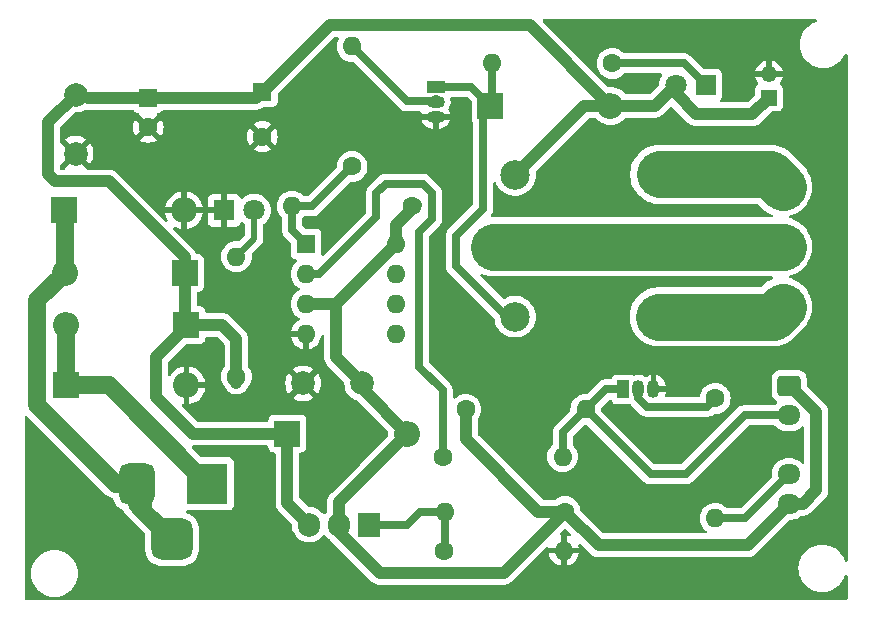
<source format=gbr>
%TF.GenerationSoftware,KiCad,Pcbnew,8.0.0-rc2*%
%TF.CreationDate,2024-05-24T11:46:06+05:30*%
%TF.ProjectId,IR based Relay controll board_v1,49522062-6173-4656-9420-52656c617920,rev?*%
%TF.SameCoordinates,Original*%
%TF.FileFunction,Copper,L2,Bot*%
%TF.FilePolarity,Positive*%
%FSLAX46Y46*%
G04 Gerber Fmt 4.6, Leading zero omitted, Abs format (unit mm)*
G04 Created by KiCad (PCBNEW 8.0.0-rc2) date 2024-05-24 11:46:06*
%MOMM*%
%LPD*%
G01*
G04 APERTURE LIST*
G04 Aperture macros list*
%AMRoundRect*
0 Rectangle with rounded corners*
0 $1 Rounding radius*
0 $2 $3 $4 $5 $6 $7 $8 $9 X,Y pos of 4 corners*
0 Add a 4 corners polygon primitive as box body*
4,1,4,$2,$3,$4,$5,$6,$7,$8,$9,$2,$3,0*
0 Add four circle primitives for the rounded corners*
1,1,$1+$1,$2,$3*
1,1,$1+$1,$4,$5*
1,1,$1+$1,$6,$7*
1,1,$1+$1,$8,$9*
0 Add four rect primitives between the rounded corners*
20,1,$1+$1,$2,$3,$4,$5,0*
20,1,$1+$1,$4,$5,$6,$7,0*
20,1,$1+$1,$6,$7,$8,$9,0*
20,1,$1+$1,$8,$9,$2,$3,0*%
G04 Aperture macros list end*
%TA.AperFunction,ComponentPad*%
%ADD10R,1.600000X1.600000*%
%TD*%
%TA.AperFunction,ComponentPad*%
%ADD11C,1.600000*%
%TD*%
%TA.AperFunction,ComponentPad*%
%ADD12O,1.600000X1.600000*%
%TD*%
%TA.AperFunction,ComponentPad*%
%ADD13R,2.200000X2.200000*%
%TD*%
%TA.AperFunction,ComponentPad*%
%ADD14O,2.200000X2.200000*%
%TD*%
%TA.AperFunction,ComponentPad*%
%ADD15C,3.000000*%
%TD*%
%TA.AperFunction,ComponentPad*%
%ADD16C,2.500000*%
%TD*%
%TA.AperFunction,ComponentPad*%
%ADD17R,3.500000X3.500000*%
%TD*%
%TA.AperFunction,ComponentPad*%
%ADD18RoundRect,0.750000X-0.750000X-1.000000X0.750000X-1.000000X0.750000X1.000000X-0.750000X1.000000X0*%
%TD*%
%TA.AperFunction,ComponentPad*%
%ADD19RoundRect,0.875000X-0.875000X-0.875000X0.875000X-0.875000X0.875000X0.875000X-0.875000X0.875000X0*%
%TD*%
%TA.AperFunction,ComponentPad*%
%ADD20R,2.600000X2.600000*%
%TD*%
%TA.AperFunction,ComponentPad*%
%ADD21C,2.600000*%
%TD*%
%TA.AperFunction,ComponentPad*%
%ADD22R,1.350000X1.350000*%
%TD*%
%TA.AperFunction,ComponentPad*%
%ADD23O,1.350000X1.350000*%
%TD*%
%TA.AperFunction,ComponentPad*%
%ADD24R,1.905000X2.000000*%
%TD*%
%TA.AperFunction,ComponentPad*%
%ADD25O,1.905000X2.000000*%
%TD*%
%TA.AperFunction,ComponentPad*%
%ADD26R,1.050000X1.500000*%
%TD*%
%TA.AperFunction,ComponentPad*%
%ADD27O,1.050000X1.500000*%
%TD*%
%TA.AperFunction,ComponentPad*%
%ADD28R,1.800000X1.800000*%
%TD*%
%TA.AperFunction,ComponentPad*%
%ADD29C,1.800000*%
%TD*%
%TA.AperFunction,ComponentPad*%
%ADD30RoundRect,0.250000X-0.725000X0.600000X-0.725000X-0.600000X0.725000X-0.600000X0.725000X0.600000X0*%
%TD*%
%TA.AperFunction,ComponentPad*%
%ADD31O,1.950000X1.700000*%
%TD*%
%TA.AperFunction,ComponentPad*%
%ADD32C,2.000000*%
%TD*%
%TA.AperFunction,ComponentPad*%
%ADD33R,1.500000X1.050000*%
%TD*%
%TA.AperFunction,ComponentPad*%
%ADD34O,1.500000X1.050000*%
%TD*%
%TA.AperFunction,Conductor*%
%ADD35C,1.000000*%
%TD*%
%TA.AperFunction,Conductor*%
%ADD36C,1.500000*%
%TD*%
%TA.AperFunction,Conductor*%
%ADD37C,0.500000*%
%TD*%
%TA.AperFunction,Conductor*%
%ADD38C,4.000000*%
%TD*%
%TA.AperFunction,Conductor*%
%ADD39C,0.700000*%
%TD*%
G04 APERTURE END LIST*
D10*
%TO.P,C2,1*%
%TO.N,+12V*%
X150550000Y-111597349D03*
D11*
%TO.P,C2,2*%
%TO.N,GND*%
X150550000Y-115397349D03*
%TD*%
%TO.P,R2,1*%
%TO.N,+12V*%
X148350000Y-135730000D03*
D12*
%TO.P,R2,2*%
%TO.N,Net-(D8-A)*%
X148350000Y-125570000D03*
%TD*%
D10*
%TO.P,C3,1*%
%TO.N,+12V*%
X140882379Y-112117621D03*
D11*
%TO.P,C3,2*%
%TO.N,GND*%
X140882379Y-114617621D03*
%TD*%
D13*
%TO.P,D6,1,K*%
%TO.N,/R1*%
X169870000Y-112800000D03*
D14*
%TO.P,D6,2,A*%
%TO.N,+12V*%
X180030000Y-112800000D03*
%TD*%
D11*
%TO.P,R3,1*%
%TO.N,Net-(U3-E+)*%
X165820000Y-142500000D03*
D12*
%TO.P,R3,2*%
%TO.N,/SI*%
X175980000Y-142500000D03*
%TD*%
D11*
%TO.P,R9,1*%
%TO.N,/vo*%
X176180000Y-147150000D03*
D12*
%TO.P,R9,2*%
%TO.N,Net-(U2-ADJ)*%
X166020000Y-147150000D03*
%TD*%
D13*
%TO.P,D5,1,K*%
%TO.N,+12V*%
X152670000Y-140550000D03*
D14*
%TO.P,D5,2,A*%
%TO.N,/vo*%
X162830000Y-140550000D03*
%TD*%
D15*
%TO.P,K1,1*%
%TO.N,/c*%
X170000000Y-124600000D03*
D16*
%TO.P,K1,2*%
%TO.N,/R1*%
X171950000Y-130650000D03*
D15*
%TO.P,K1,3*%
%TO.N,Net-(J2-Pin_1)*%
X184150000Y-130650000D03*
%TO.P,K1,4*%
%TO.N,Net-(J2-Pin_3)*%
X184200000Y-118600000D03*
D16*
%TO.P,K1,5*%
%TO.N,+12V*%
X171950000Y-118650000D03*
%TD*%
D13*
%TO.P,D1,1,K*%
%TO.N,Net-(D1-K)*%
X133970000Y-136450000D03*
D14*
%TO.P,D1,2,A*%
%TO.N,GND*%
X144130000Y-136450000D03*
%TD*%
D17*
%TO.P,P1,1,AC_P*%
%TO.N,Net-(D1-K)*%
X145900000Y-144792500D03*
D18*
%TO.P,P1,2,AC_N*%
%TO.N,Net-(D2-K)*%
X139900000Y-144792500D03*
D19*
%TO.P,P1,3,EARTH*%
X142900000Y-149492500D03*
%TD*%
D20*
%TO.P,J2,1,Pin_1*%
%TO.N,Net-(J2-Pin_1)*%
X194750000Y-129835000D03*
D21*
%TO.P,J2,2,Pin_2*%
%TO.N,/c*%
X194750000Y-124755000D03*
%TO.P,J2,3,Pin_3*%
%TO.N,Net-(J2-Pin_3)*%
X194750000Y-119675000D03*
%TD*%
D22*
%TO.P,J3,1,Pin_1*%
%TO.N,+12V*%
X193450000Y-112100000D03*
D23*
%TO.P,J3,2,Pin_2*%
%TO.N,GND*%
X193450000Y-110100000D03*
%TD*%
D24*
%TO.P,U2,1,ADJ*%
%TO.N,Net-(U2-ADJ)*%
X159600000Y-148250000D03*
D25*
%TO.P,U2,2,VO*%
%TO.N,/vo*%
X157060000Y-148250000D03*
%TO.P,U2,3,VI*%
%TO.N,+12V*%
X154520000Y-148250000D03*
%TD*%
D13*
%TO.P,D3,1,K*%
%TO.N,+12V*%
X144130000Y-131350000D03*
D14*
%TO.P,D3,2,A*%
%TO.N,Net-(D1-K)*%
X133970000Y-131350000D03*
%TD*%
D26*
%TO.P,Q1,1,C*%
%TO.N,/SI*%
X181130000Y-136810000D03*
D27*
%TO.P,Q1,2,B*%
%TO.N,Net-(Q1-B)*%
X182400000Y-136810000D03*
%TO.P,Q1,3,E*%
%TO.N,GND*%
X183670000Y-136810000D03*
%TD*%
D28*
%TO.P,D7,1,K*%
%TO.N,Net-(D7-K)*%
X188075000Y-111050000D03*
D29*
%TO.P,D7,2,A*%
%TO.N,+12V*%
X185535000Y-111050000D03*
%TD*%
D11*
%TO.P,R7,1*%
%TO.N,/SO*%
X158150000Y-117930000D03*
D12*
%TO.P,R7,2*%
%TO.N,Net-(Q2-B)*%
X158150000Y-107770000D03*
%TD*%
D30*
%TO.P,J1,1,Pin_1*%
%TO.N,/vo*%
X195150000Y-136500000D03*
D31*
%TO.P,J1,2,Pin_2*%
%TO.N,/SI*%
X195150000Y-139000000D03*
%TO.P,J1,3,Pin_3*%
%TO.N,GND*%
X195150000Y-141500000D03*
%TO.P,J1,4,Pin_4*%
%TO.N,Net-(J1-Pin_4)*%
X195150000Y-144000000D03*
%TO.P,J1,5,Pin_5*%
%TO.N,/vo*%
X195150000Y-146500000D03*
%TD*%
D13*
%TO.P,D4,1,K*%
%TO.N,+12V*%
X143980000Y-126950000D03*
D14*
%TO.P,D4,2,A*%
%TO.N,Net-(D2-K)*%
X133820000Y-126950000D03*
%TD*%
D32*
%TO.P,C1,1*%
%TO.N,+12V*%
X134750000Y-111850000D03*
%TO.P,C1,2*%
%TO.N,GND*%
X134750000Y-116850000D03*
%TD*%
D33*
%TO.P,Q2,1,C*%
%TO.N,/R1*%
X165240000Y-111180000D03*
D34*
%TO.P,Q2,2,B*%
%TO.N,Net-(Q2-B)*%
X165240000Y-112450000D03*
%TO.P,Q2,3,E*%
%TO.N,GND*%
X165240000Y-113720000D03*
%TD*%
D11*
%TO.P,R6,1*%
%TO.N,Net-(D7-K)*%
X180180000Y-109200000D03*
D12*
%TO.P,R6,2*%
%TO.N,/R1*%
X170020000Y-109200000D03*
%TD*%
D11*
%TO.P,R5,1*%
%TO.N,Net-(Q1-B)*%
X188900000Y-137570000D03*
D12*
%TO.P,R5,2*%
%TO.N,Net-(J1-Pin_4)*%
X188900000Y-147730000D03*
%TD*%
D10*
%TO.P,U3,1,E-*%
%TO.N,/SO*%
X154250000Y-124500000D03*
D12*
%TO.P,U3,2,E+*%
%TO.N,Net-(U3-E+)*%
X154250000Y-127040000D03*
%TO.P,U3,3,CAP*%
%TO.N,/vo*%
X154250000Y-129580000D03*
%TO.P,U3,4,GND*%
%TO.N,GND*%
X154250000Y-132120000D03*
%TO.P,U3,5,E*%
%TO.N,unconnected-(U3-E-Pad5)*%
X161870000Y-132120000D03*
%TO.P,U3,6,C*%
%TO.N,unconnected-(U3-C-Pad6)*%
X161870000Y-129580000D03*
%TO.P,U3,7,ILIM*%
%TO.N,unconnected-(U3-ILIM-Pad7)*%
X161870000Y-127040000D03*
%TO.P,U3,8,VIN*%
%TO.N,/vo*%
X161870000Y-124500000D03*
%TD*%
D28*
%TO.P,D8,1,K*%
%TO.N,GND*%
X147325000Y-121650000D03*
D29*
%TO.P,D8,2,A*%
%TO.N,Net-(D8-A)*%
X149865000Y-121650000D03*
%TD*%
D11*
%TO.P,R8,1*%
%TO.N,Net-(U2-ADJ)*%
X165920000Y-150450000D03*
D12*
%TO.P,R8,2*%
%TO.N,GND*%
X176080000Y-150450000D03*
%TD*%
D11*
%TO.P,R4,1*%
%TO.N,/vo*%
X167770000Y-138500000D03*
D12*
%TO.P,R4,2*%
%TO.N,/SI*%
X177930000Y-138500000D03*
%TD*%
D11*
%TO.P,R1,1*%
%TO.N,/vo*%
X163230000Y-121300000D03*
D12*
%TO.P,R1,2*%
%TO.N,/SO*%
X153070000Y-121300000D03*
%TD*%
D13*
%TO.P,D2,1,K*%
%TO.N,Net-(D2-K)*%
X133770000Y-121650000D03*
D14*
%TO.P,D2,2,A*%
%TO.N,GND*%
X143930000Y-121650000D03*
%TD*%
D32*
%TO.P,C4,1*%
%TO.N,/vo*%
X159000000Y-136300000D03*
%TO.P,C4,2*%
%TO.N,GND*%
X154000000Y-136300000D03*
%TD*%
D35*
%TO.N,+12V*%
X140882379Y-112117621D02*
X135767621Y-112117621D01*
X147150000Y-131350000D02*
X148350000Y-132550000D01*
X150602651Y-111597349D02*
X156250000Y-105950000D01*
X152670000Y-146400000D02*
X154520000Y-148250000D01*
X150550000Y-111597349D02*
X150602651Y-111597349D01*
X152670000Y-140550000D02*
X152670000Y-146400000D01*
X144650000Y-140550000D02*
X152670000Y-140550000D01*
X183785000Y-112800000D02*
X185535000Y-111050000D01*
X137550000Y-119200000D02*
X143980000Y-125630000D01*
X148350000Y-132550000D02*
X148350000Y-135730000D01*
X140882379Y-112117621D02*
X150029728Y-112117621D01*
X192050000Y-113500000D02*
X193450000Y-112100000D01*
X143980000Y-131200000D02*
X144130000Y-131350000D01*
X141550000Y-137450000D02*
X144650000Y-140550000D01*
X187285000Y-113500000D02*
X192050000Y-113500000D01*
X150029728Y-112117621D02*
X150550000Y-111597349D01*
X185535000Y-111050000D02*
X185535000Y-111750000D01*
X143980000Y-126950000D02*
X143980000Y-131200000D01*
X143980000Y-125630000D02*
X143980000Y-126950000D01*
X133000000Y-119200000D02*
X137550000Y-119200000D01*
X180030000Y-112800000D02*
X183785000Y-112800000D01*
X141550000Y-134090000D02*
X141550000Y-137450000D01*
X173180000Y-105950000D02*
X180030000Y-112800000D01*
X132400000Y-114200000D02*
X132400000Y-118600000D01*
X132400000Y-118600000D02*
X133000000Y-119200000D01*
X185535000Y-111750000D02*
X187285000Y-113500000D01*
X177800000Y-112800000D02*
X171950000Y-118650000D01*
X134750000Y-111850000D02*
X132400000Y-114200000D01*
X144130000Y-131510000D02*
X141550000Y-134090000D01*
X144130000Y-131350000D02*
X147150000Y-131350000D01*
X156250000Y-105950000D02*
X173180000Y-105950000D01*
X180030000Y-112800000D02*
X177800000Y-112800000D01*
X144130000Y-131350000D02*
X144130000Y-131510000D01*
X148350000Y-135730000D02*
X148350000Y-136230000D01*
%TO.N,/vo*%
X157060000Y-148250000D02*
X157060000Y-146320000D01*
X167770000Y-141020000D02*
X173900000Y-147150000D01*
X191650000Y-150000000D02*
X195150000Y-146500000D01*
X197450000Y-138700000D02*
X195250000Y-136500000D01*
X156790000Y-129580000D02*
X156790000Y-134090000D01*
X159000000Y-136720000D02*
X162830000Y-140550000D01*
X157060000Y-148910000D02*
X160500000Y-152350000D01*
X196300000Y-146500000D02*
X197450000Y-145350000D01*
X167770000Y-138500000D02*
X167770000Y-141020000D01*
X195250000Y-136500000D02*
X195150000Y-136500000D01*
X173900000Y-147150000D02*
X176180000Y-147150000D01*
X162830000Y-140550000D02*
X162830000Y-140130000D01*
X154250000Y-129580000D02*
X156790000Y-129580000D01*
X195150000Y-146500000D02*
X196300000Y-146500000D01*
X179030000Y-150000000D02*
X191650000Y-150000000D01*
X176180000Y-147150000D02*
X179030000Y-150000000D01*
X157060000Y-148250000D02*
X157060000Y-148910000D01*
X170980000Y-152350000D02*
X176180000Y-147150000D01*
X161870000Y-124500000D02*
X161870000Y-122860000D01*
X156790000Y-129580000D02*
X161870000Y-124500000D01*
X156790000Y-134090000D02*
X159000000Y-136300000D01*
X159000000Y-136300000D02*
X159000000Y-136720000D01*
X197450000Y-138700000D02*
X197450000Y-145350000D01*
X157060000Y-146320000D02*
X162830000Y-140550000D01*
X161870000Y-122860000D02*
X163530000Y-121200000D01*
X160500000Y-152350000D02*
X170980000Y-152350000D01*
D36*
%TO.N,Net-(D1-K)*%
X133970000Y-136450000D02*
X133970000Y-131350000D01*
X137557500Y-136450000D02*
X133970000Y-136450000D01*
X145900000Y-144792500D02*
X137557500Y-136450000D01*
%TO.N,Net-(D2-K)*%
X139900000Y-144792500D02*
X138172500Y-144792500D01*
X138172500Y-144792500D02*
X131500000Y-138120000D01*
X133820000Y-126950000D02*
X133820000Y-121700000D01*
X139900000Y-146492500D02*
X140478750Y-147071250D01*
X140478750Y-145371250D02*
X139900000Y-144792500D01*
X131500000Y-129270000D02*
X133820000Y-126950000D01*
X140478750Y-147071250D02*
X140478750Y-145371250D01*
X133820000Y-121700000D02*
X133770000Y-121650000D01*
X131500000Y-138120000D02*
X131500000Y-129270000D01*
X140478750Y-147071250D02*
X142900000Y-149492500D01*
D37*
%TO.N,Net-(D8-A)*%
X149865000Y-124055000D02*
X148350000Y-125570000D01*
X149865000Y-121650000D02*
X149865000Y-124055000D01*
D38*
%TO.N,Net-(J2-Pin_3)*%
X193530000Y-118600000D02*
X194595000Y-119665000D01*
X184200000Y-118600000D02*
X193530000Y-118600000D01*
%TO.N,Net-(J2-Pin_1)*%
X184150000Y-130650000D02*
X193770000Y-130650000D01*
X193770000Y-130650000D02*
X194595000Y-129825000D01*
%TO.N,/c*%
X170195000Y-124745000D02*
X194595000Y-124745000D01*
D35*
X170050000Y-124600000D02*
X170195000Y-124745000D01*
X170000000Y-124600000D02*
X170050000Y-124600000D01*
D39*
%TO.N,Net-(Q2-B)*%
X158150000Y-107770000D02*
X162805000Y-112425000D01*
D35*
X165215000Y-112425000D02*
X165240000Y-112450000D01*
D39*
X162805000Y-112425000D02*
X165215000Y-112425000D01*
%TO.N,/R1*%
X169870000Y-112800000D02*
X169250000Y-113420000D01*
X166950000Y-123800000D02*
X166950000Y-126350000D01*
X169250000Y-113420000D02*
X169250000Y-121500000D01*
X171250000Y-130650000D02*
X171950000Y-130650000D01*
X165240000Y-111180000D02*
X168250000Y-111180000D01*
X170020000Y-109200000D02*
X170020000Y-112650000D01*
X166950000Y-126350000D02*
X171250000Y-130650000D01*
D35*
X170020000Y-112650000D02*
X169870000Y-112800000D01*
D39*
X168250000Y-111180000D02*
X169870000Y-112800000D01*
X169250000Y-121500000D02*
X166950000Y-123800000D01*
%TO.N,Net-(U2-ADJ)*%
X159600000Y-148250000D02*
X162820000Y-148250000D01*
D35*
X166020000Y-150350000D02*
X165920000Y-150450000D01*
D39*
X162820000Y-148250000D02*
X163920000Y-147150000D01*
X166020000Y-147150000D02*
X166020000Y-150350000D01*
X163920000Y-147150000D02*
X166020000Y-147150000D01*
D35*
X159750000Y-148400000D02*
X159600000Y-148250000D01*
D39*
%TO.N,Net-(D7-K)*%
X186225000Y-109200000D02*
X188075000Y-111050000D01*
X180180000Y-109200000D02*
X186225000Y-109200000D01*
%TO.N,Net-(U3-E+)*%
X164950000Y-120200000D02*
X164950000Y-122350000D01*
X164950000Y-122350000D02*
X163850000Y-123450000D01*
X160200000Y-122221370D02*
X160200000Y-120200000D01*
X154250000Y-127040000D02*
X155381370Y-127040000D01*
X163850000Y-123450000D02*
X163850000Y-134930000D01*
X164150000Y-119400000D02*
X164950000Y-120200000D01*
X155381370Y-127040000D02*
X160200000Y-122221370D01*
X160200000Y-120200000D02*
X161000000Y-119400000D01*
X165820000Y-136900000D02*
X165820000Y-142500000D01*
X163850000Y-134930000D02*
X165820000Y-136900000D01*
X161000000Y-119400000D02*
X164150000Y-119400000D01*
%TO.N,/SI*%
X179630000Y-136800000D02*
X181120000Y-136800000D01*
D35*
X181120000Y-136800000D02*
X181130000Y-136810000D01*
D39*
X177930000Y-138500000D02*
X183430000Y-144000000D01*
X175980000Y-142500000D02*
X175980000Y-140450000D01*
X175980000Y-140450000D02*
X177930000Y-138500000D01*
X186400000Y-144000000D02*
X191400000Y-139000000D01*
X183430000Y-144000000D02*
X186400000Y-144000000D01*
X191400000Y-139000000D02*
X195150000Y-139000000D01*
X177930000Y-138500000D02*
X179630000Y-136800000D01*
%TO.N,Net-(J1-Pin_4)*%
X188900000Y-147730000D02*
X191420000Y-147730000D01*
X191420000Y-147730000D02*
X195150000Y-144000000D01*
%TO.N,Net-(Q1-B)*%
X182400000Y-137525696D02*
X183154304Y-138280000D01*
X183154304Y-138280000D02*
X188190000Y-138280000D01*
X182400000Y-136810000D02*
X182400000Y-137525696D01*
X188190000Y-138280000D02*
X188900000Y-137570000D01*
%TO.N,/SO*%
X153070000Y-121300000D02*
X153070000Y-123320000D01*
X154780000Y-121300000D02*
X158150000Y-117930000D01*
X153070000Y-123320000D02*
X154250000Y-124500000D01*
X153070000Y-121300000D02*
X154780000Y-121300000D01*
%TD*%
%TA.AperFunction,Conductor*%
%TO.N,GND*%
G36*
X197468308Y-105470185D02*
G01*
X197514063Y-105522989D01*
X197524007Y-105592147D01*
X197494982Y-105655703D01*
X197444605Y-105690680D01*
X197268359Y-105756416D01*
X197216833Y-105775635D01*
X196965690Y-105912770D01*
X196965682Y-105912775D01*
X196736612Y-106084254D01*
X196736594Y-106084270D01*
X196534270Y-106286594D01*
X196534254Y-106286612D01*
X196362775Y-106515682D01*
X196362770Y-106515690D01*
X196225635Y-106766833D01*
X196125628Y-107034962D01*
X196064804Y-107314566D01*
X196044390Y-107599998D01*
X196044390Y-107600001D01*
X196064804Y-107885433D01*
X196125628Y-108165037D01*
X196125630Y-108165043D01*
X196125631Y-108165046D01*
X196221743Y-108422732D01*
X196225635Y-108433166D01*
X196362770Y-108684309D01*
X196362775Y-108684317D01*
X196534254Y-108913387D01*
X196534270Y-108913405D01*
X196736594Y-109115729D01*
X196736612Y-109115745D01*
X196965682Y-109287224D01*
X196965690Y-109287229D01*
X197216833Y-109424364D01*
X197216832Y-109424364D01*
X197216836Y-109424365D01*
X197216839Y-109424367D01*
X197484954Y-109524369D01*
X197484960Y-109524370D01*
X197484962Y-109524371D01*
X197764566Y-109585195D01*
X197764568Y-109585195D01*
X197764572Y-109585196D01*
X198018220Y-109603337D01*
X198049999Y-109605610D01*
X198050000Y-109605610D01*
X198050001Y-109605610D01*
X198078595Y-109603564D01*
X198335428Y-109585196D01*
X198615046Y-109524369D01*
X198883161Y-109424367D01*
X199134315Y-109287226D01*
X199363395Y-109115739D01*
X199565739Y-108913395D01*
X199737226Y-108684315D01*
X199866668Y-108447261D01*
X199916073Y-108397856D01*
X199984346Y-108383004D01*
X200049811Y-108407421D01*
X200091682Y-108463355D01*
X200099500Y-108506688D01*
X200099500Y-151301269D01*
X200079815Y-151368308D01*
X200027011Y-151414063D01*
X199957853Y-151424007D01*
X199894297Y-151394982D01*
X199859319Y-151344605D01*
X199774367Y-151116839D01*
X199766527Y-151102482D01*
X199637229Y-150865690D01*
X199637224Y-150865682D01*
X199465745Y-150636612D01*
X199465729Y-150636594D01*
X199263405Y-150434270D01*
X199263387Y-150434254D01*
X199034317Y-150262775D01*
X199034309Y-150262770D01*
X198783166Y-150125635D01*
X198783167Y-150125635D01*
X198653466Y-150077259D01*
X198515046Y-150025631D01*
X198515043Y-150025630D01*
X198515037Y-150025628D01*
X198235433Y-149964804D01*
X197950001Y-149944390D01*
X197949999Y-149944390D01*
X197664566Y-149964804D01*
X197384962Y-150025628D01*
X197116833Y-150125635D01*
X196865690Y-150262770D01*
X196865682Y-150262775D01*
X196636612Y-150434254D01*
X196636594Y-150434270D01*
X196434270Y-150636594D01*
X196434254Y-150636612D01*
X196262775Y-150865682D01*
X196262770Y-150865690D01*
X196125635Y-151116833D01*
X196025628Y-151384962D01*
X195964804Y-151664566D01*
X195944390Y-151949998D01*
X195944390Y-151950001D01*
X195964804Y-152235433D01*
X196025628Y-152515037D01*
X196025630Y-152515043D01*
X196025631Y-152515046D01*
X196125633Y-152783161D01*
X196125635Y-152783166D01*
X196262770Y-153034309D01*
X196262775Y-153034317D01*
X196434254Y-153263387D01*
X196434270Y-153263405D01*
X196636594Y-153465729D01*
X196636612Y-153465745D01*
X196865682Y-153637224D01*
X196865690Y-153637229D01*
X197116833Y-153774364D01*
X197116832Y-153774364D01*
X197116836Y-153774365D01*
X197116839Y-153774367D01*
X197384954Y-153874369D01*
X197384960Y-153874370D01*
X197384962Y-153874371D01*
X197664566Y-153935195D01*
X197664568Y-153935195D01*
X197664572Y-153935196D01*
X197918220Y-153953337D01*
X197949999Y-153955610D01*
X197950000Y-153955610D01*
X197950001Y-153955610D01*
X197978595Y-153953564D01*
X198235428Y-153935196D01*
X198515046Y-153874369D01*
X198783161Y-153774367D01*
X199034315Y-153637226D01*
X199263395Y-153465739D01*
X199465739Y-153263395D01*
X199637226Y-153034315D01*
X199774367Y-152783161D01*
X199859319Y-152555394D01*
X199901189Y-152499463D01*
X199966654Y-152475046D01*
X200034927Y-152489898D01*
X200084332Y-152539303D01*
X200099500Y-152598730D01*
X200099500Y-154525500D01*
X200079815Y-154592539D01*
X200027011Y-154638294D01*
X199975500Y-154649500D01*
X133011894Y-154649500D01*
X132945160Y-154629904D01*
X132914464Y-154646666D01*
X132888106Y-154649500D01*
X130574500Y-154649500D01*
X130507461Y-154629815D01*
X130461706Y-154577011D01*
X130450500Y-154525500D01*
X130450500Y-152400001D01*
X130944390Y-152400001D01*
X130964804Y-152685433D01*
X131025628Y-152965037D01*
X131025630Y-152965043D01*
X131025631Y-152965046D01*
X131034110Y-152987779D01*
X131125635Y-153233166D01*
X131262770Y-153484309D01*
X131262775Y-153484317D01*
X131434254Y-153713387D01*
X131434270Y-153713405D01*
X131636594Y-153915729D01*
X131636612Y-153915745D01*
X131865682Y-154087224D01*
X131865690Y-154087229D01*
X132116833Y-154224364D01*
X132116832Y-154224364D01*
X132116836Y-154224365D01*
X132116839Y-154224367D01*
X132384954Y-154324369D01*
X132384960Y-154324370D01*
X132384962Y-154324371D01*
X132664566Y-154385195D01*
X132664568Y-154385195D01*
X132664572Y-154385196D01*
X132886024Y-154401034D01*
X132896952Y-154401816D01*
X132952211Y-154422426D01*
X132976959Y-154406523D01*
X133003048Y-154401816D01*
X133012809Y-154401117D01*
X133235428Y-154385196D01*
X133515046Y-154324369D01*
X133783161Y-154224367D01*
X134034315Y-154087226D01*
X134263395Y-153915739D01*
X134465739Y-153713395D01*
X134637226Y-153484315D01*
X134774367Y-153233161D01*
X134874369Y-152965046D01*
X134894301Y-152873418D01*
X134935195Y-152685433D01*
X134935195Y-152685432D01*
X134935196Y-152685428D01*
X134955610Y-152400000D01*
X134935196Y-152114572D01*
X134874369Y-151834954D01*
X134774367Y-151566839D01*
X134734902Y-151494565D01*
X134637229Y-151315690D01*
X134637224Y-151315682D01*
X134465745Y-151086612D01*
X134465729Y-151086594D01*
X134263405Y-150884270D01*
X134263387Y-150884254D01*
X134034317Y-150712775D01*
X134034309Y-150712770D01*
X133783166Y-150575635D01*
X133783167Y-150575635D01*
X133675915Y-150535632D01*
X133515046Y-150475631D01*
X133515043Y-150475630D01*
X133515037Y-150475628D01*
X133235433Y-150414804D01*
X132950001Y-150394390D01*
X132949999Y-150394390D01*
X132664566Y-150414804D01*
X132384962Y-150475628D01*
X132116833Y-150575635D01*
X131865690Y-150712770D01*
X131865682Y-150712775D01*
X131636612Y-150884254D01*
X131636594Y-150884270D01*
X131434270Y-151086594D01*
X131434254Y-151086612D01*
X131262775Y-151315682D01*
X131262770Y-151315690D01*
X131125635Y-151566833D01*
X131025628Y-151834962D01*
X130964804Y-152114566D01*
X130944390Y-152399998D01*
X130944390Y-152400001D01*
X130450500Y-152400001D01*
X130450500Y-139138336D01*
X130470185Y-139071297D01*
X130522989Y-139025542D01*
X130592147Y-139015598D01*
X130655703Y-139044623D01*
X130662181Y-139050655D01*
X137357854Y-145746328D01*
X137517095Y-145862024D01*
X137692474Y-145951384D01*
X137839090Y-145999022D01*
X137853815Y-146003807D01*
X137911491Y-146043245D01*
X137935738Y-146091439D01*
X137964903Y-146207181D01*
X138057991Y-146412122D01*
X138057997Y-146412132D01*
X138186174Y-146597145D01*
X138186178Y-146597150D01*
X138186181Y-146597154D01*
X138345346Y-146756319D01*
X138345350Y-146756322D01*
X138345354Y-146756325D01*
X138417353Y-146806206D01*
X138530374Y-146884507D01*
X138615798Y-146923308D01*
X138706718Y-146964606D01*
X138759615Y-147010253D01*
X138765920Y-147021207D01*
X138830476Y-147147905D01*
X138946172Y-147307146D01*
X138946174Y-147307148D01*
X140613181Y-148974155D01*
X140646666Y-149035478D01*
X140649500Y-149061836D01*
X140649500Y-150461113D01*
X140649501Y-150461152D01*
X140652295Y-150513743D01*
X140652295Y-150513744D01*
X140683809Y-150676686D01*
X140696755Y-150743626D01*
X140709403Y-150777140D01*
X140779425Y-150962689D01*
X140897929Y-151164631D01*
X140897934Y-151164638D01*
X141048856Y-151343641D01*
X141048858Y-151343643D01*
X141227861Y-151494565D01*
X141227868Y-151494570D01*
X141429810Y-151613074D01*
X141648874Y-151695745D01*
X141878759Y-151740205D01*
X141931378Y-151743000D01*
X141931386Y-151743000D01*
X143868614Y-151743000D01*
X143868622Y-151743000D01*
X143921241Y-151740205D01*
X144151126Y-151695745D01*
X144370190Y-151613074D01*
X144572132Y-151494570D01*
X144702134Y-151384962D01*
X144751141Y-151343643D01*
X144751143Y-151343641D01*
X144902065Y-151164638D01*
X144902065Y-151164637D01*
X144902070Y-151164632D01*
X145020574Y-150962690D01*
X145103245Y-150743626D01*
X145147705Y-150513741D01*
X145150500Y-150461122D01*
X145150500Y-148523878D01*
X145147705Y-148471259D01*
X145103245Y-148241374D01*
X145020574Y-148022310D01*
X144902070Y-147820368D01*
X144902065Y-147820361D01*
X144751143Y-147641358D01*
X144751141Y-147641356D01*
X144572138Y-147490434D01*
X144572131Y-147490429D01*
X144370189Y-147371925D01*
X144251173Y-147327011D01*
X144151126Y-147289255D01*
X144151121Y-147289254D01*
X144151116Y-147289252D01*
X144148470Y-147288740D01*
X144147451Y-147288213D01*
X144146050Y-147287817D01*
X144146130Y-147287531D01*
X144086392Y-147256677D01*
X144051503Y-147196141D01*
X144054881Y-147126353D01*
X144095452Y-147069470D01*
X144160337Y-147043552D01*
X144172009Y-147042999D01*
X147697872Y-147042999D01*
X147757483Y-147036591D01*
X147892331Y-146986296D01*
X148007546Y-146900046D01*
X148093796Y-146784831D01*
X148144091Y-146649983D01*
X148150500Y-146590373D01*
X148150499Y-142994628D01*
X148144091Y-142935017D01*
X148140390Y-142925095D01*
X148093797Y-142800171D01*
X148093793Y-142800164D01*
X148007547Y-142684955D01*
X148007544Y-142684952D01*
X147892335Y-142598706D01*
X147892328Y-142598702D01*
X147757482Y-142548408D01*
X147757483Y-142548408D01*
X147697883Y-142542001D01*
X147697881Y-142542000D01*
X147697873Y-142542000D01*
X147697865Y-142542000D01*
X145469336Y-142542000D01*
X145402297Y-142522315D01*
X145381655Y-142505681D01*
X144638155Y-141762181D01*
X144604670Y-141700858D01*
X144609654Y-141631166D01*
X144651526Y-141575233D01*
X144716990Y-141550816D01*
X144725836Y-141550500D01*
X144748540Y-141550500D01*
X150945501Y-141550500D01*
X151012540Y-141570185D01*
X151058295Y-141622989D01*
X151069501Y-141674500D01*
X151069501Y-141697876D01*
X151075908Y-141757483D01*
X151126202Y-141892328D01*
X151126206Y-141892335D01*
X151212452Y-142007544D01*
X151212455Y-142007547D01*
X151327664Y-142093793D01*
X151327671Y-142093797D01*
X151372618Y-142110561D01*
X151462517Y-142144091D01*
X151522127Y-142150500D01*
X151545497Y-142150499D01*
X151612536Y-142170181D01*
X151658292Y-142222983D01*
X151669500Y-142274499D01*
X151669500Y-146498544D01*
X151707947Y-146691829D01*
X151707950Y-146691839D01*
X151723738Y-146729954D01*
X151783364Y-146873906D01*
X151783371Y-146873919D01*
X151892860Y-147037782D01*
X152036537Y-147181459D01*
X152036559Y-147181479D01*
X153030681Y-148175601D01*
X153064166Y-148236924D01*
X153067000Y-148263282D01*
X153067000Y-148411854D01*
X153076409Y-148471259D01*
X153102778Y-148637746D01*
X153102778Y-148637749D01*
X153173450Y-148855255D01*
X153201662Y-148910624D01*
X153277283Y-149059038D01*
X153411714Y-149244066D01*
X153573434Y-149405786D01*
X153758462Y-149540217D01*
X153890599Y-149607544D01*
X153962244Y-149644049D01*
X154179751Y-149714721D01*
X154179752Y-149714721D01*
X154179755Y-149714722D01*
X154405646Y-149750500D01*
X154405647Y-149750500D01*
X154634353Y-149750500D01*
X154634354Y-149750500D01*
X154860245Y-149714722D01*
X154860248Y-149714721D01*
X154860249Y-149714721D01*
X155077755Y-149644049D01*
X155077755Y-149644048D01*
X155077758Y-149644048D01*
X155281538Y-149540217D01*
X155466566Y-149405786D01*
X155628286Y-149244066D01*
X155689683Y-149159559D01*
X155745012Y-149116896D01*
X155814625Y-149110917D01*
X155876420Y-149143523D01*
X155890314Y-149159556D01*
X155951714Y-149244066D01*
X156113434Y-149405786D01*
X156193097Y-149463665D01*
X156240403Y-149498035D01*
X156270616Y-149529457D01*
X156282861Y-149547782D01*
X156422218Y-149687139D01*
X156422219Y-149687139D01*
X156429286Y-149694206D01*
X156429285Y-149694206D01*
X156429289Y-149694209D01*
X159862215Y-153127137D01*
X159862219Y-153127140D01*
X160026079Y-153236628D01*
X160026085Y-153236631D01*
X160026086Y-153236632D01*
X160208165Y-153312052D01*
X160369389Y-153344121D01*
X160401457Y-153350499D01*
X160401458Y-153350500D01*
X160401459Y-153350500D01*
X171078543Y-153350500D01*
X171169307Y-153332445D01*
X171214690Y-153323418D01*
X171271836Y-153312051D01*
X171325165Y-153289961D01*
X171453914Y-153236632D01*
X171617782Y-153127139D01*
X171757139Y-152987782D01*
X171757139Y-152987780D01*
X171767347Y-152977573D01*
X171767348Y-152977570D01*
X174589910Y-150155009D01*
X174651230Y-150121526D01*
X174720922Y-150126510D01*
X174775964Y-150167205D01*
X174801129Y-150200000D01*
X175764314Y-150200000D01*
X175759920Y-150204394D01*
X175707259Y-150295606D01*
X175680000Y-150397339D01*
X175680000Y-150502661D01*
X175707259Y-150604394D01*
X175759920Y-150695606D01*
X175764314Y-150700000D01*
X174801128Y-150700000D01*
X174853730Y-150896317D01*
X174853734Y-150896326D01*
X174949865Y-151102482D01*
X175080342Y-151288820D01*
X175241179Y-151449657D01*
X175427517Y-151580134D01*
X175633673Y-151676265D01*
X175633682Y-151676269D01*
X175829999Y-151728872D01*
X175830000Y-151728871D01*
X175830000Y-150765686D01*
X175834394Y-150770080D01*
X175925606Y-150822741D01*
X176027339Y-150850000D01*
X176132661Y-150850000D01*
X176234394Y-150822741D01*
X176325606Y-150770080D01*
X176330000Y-150765686D01*
X176330000Y-151728872D01*
X176526317Y-151676269D01*
X176526326Y-151676265D01*
X176732482Y-151580134D01*
X176918820Y-151449657D01*
X177079657Y-151288820D01*
X177210134Y-151102482D01*
X177306265Y-150896326D01*
X177306269Y-150896317D01*
X177358872Y-150700000D01*
X176395686Y-150700000D01*
X176400080Y-150695606D01*
X176452741Y-150604394D01*
X176480000Y-150502661D01*
X176480000Y-150397339D01*
X176452741Y-150295606D01*
X176400080Y-150204394D01*
X176395686Y-150200000D01*
X177358872Y-150200000D01*
X177358871Y-150199999D01*
X177311663Y-150023816D01*
X177313326Y-149953966D01*
X177352488Y-149896103D01*
X177416717Y-149868599D01*
X177485619Y-149880185D01*
X177519119Y-149904041D01*
X178392215Y-150777137D01*
X178392219Y-150777140D01*
X178556079Y-150886628D01*
X178556088Y-150886633D01*
X178579902Y-150896497D01*
X178738165Y-150962052D01*
X178899389Y-150994121D01*
X178931457Y-151000499D01*
X178931458Y-151000500D01*
X178931459Y-151000500D01*
X191748542Y-151000500D01*
X191780614Y-150994120D01*
X191845188Y-150981275D01*
X191941836Y-150962051D01*
X191995165Y-150939961D01*
X192123914Y-150886632D01*
X192287782Y-150777139D01*
X192427139Y-150637782D01*
X192427139Y-150637780D01*
X192437347Y-150627573D01*
X192437348Y-150627570D01*
X195178102Y-147886819D01*
X195239425Y-147853334D01*
X195265783Y-147850500D01*
X195381286Y-147850500D01*
X195381287Y-147850500D01*
X195591243Y-147817246D01*
X195793412Y-147751557D01*
X195982816Y-147655051D01*
X196001666Y-147641356D01*
X196158734Y-147527241D01*
X196159364Y-147528108D01*
X196218419Y-147501641D01*
X196235200Y-147500500D01*
X196398543Y-147500500D01*
X196482329Y-147483833D01*
X196524223Y-147475500D01*
X196591836Y-147462051D01*
X196663941Y-147432184D01*
X196773914Y-147386632D01*
X196937782Y-147277139D01*
X197077139Y-147137782D01*
X197077139Y-147137780D01*
X197087347Y-147127573D01*
X197087348Y-147127570D01*
X198227140Y-145987781D01*
X198336632Y-145823914D01*
X198412052Y-145641835D01*
X198450501Y-145448540D01*
X198450501Y-145251459D01*
X198450501Y-145246349D01*
X198450500Y-145246323D01*
X198450500Y-138601456D01*
X198412824Y-138412052D01*
X198412822Y-138412041D01*
X198412245Y-138409141D01*
X198412051Y-138408164D01*
X198364010Y-138292184D01*
X198351582Y-138262180D01*
X198336635Y-138226093D01*
X198336634Y-138226092D01*
X198336632Y-138226086D01*
X198285459Y-138149500D01*
X198227139Y-138062217D01*
X198084686Y-137919764D01*
X198084655Y-137919735D01*
X196661818Y-136496898D01*
X196628333Y-136435575D01*
X196625499Y-136409217D01*
X196625499Y-135849998D01*
X196625498Y-135849981D01*
X196614999Y-135747203D01*
X196614998Y-135747200D01*
X196600171Y-135702455D01*
X196559814Y-135580666D01*
X196467712Y-135431344D01*
X196343656Y-135307288D01*
X196194334Y-135215186D01*
X196027797Y-135160001D01*
X196027795Y-135160000D01*
X195925010Y-135149500D01*
X194374998Y-135149500D01*
X194374981Y-135149501D01*
X194272203Y-135160000D01*
X194272200Y-135160001D01*
X194105668Y-135215185D01*
X194105663Y-135215187D01*
X193956342Y-135307289D01*
X193832289Y-135431342D01*
X193740187Y-135580663D01*
X193740185Y-135580668D01*
X193726801Y-135621059D01*
X193685001Y-135747203D01*
X193685001Y-135747204D01*
X193685000Y-135747204D01*
X193674500Y-135849983D01*
X193674500Y-137150001D01*
X193674501Y-137150018D01*
X193685000Y-137252796D01*
X193685001Y-137252799D01*
X193714991Y-137343302D01*
X193740186Y-137419334D01*
X193832288Y-137568656D01*
X193956344Y-137692712D01*
X194099756Y-137781169D01*
X194111120Y-137788178D01*
X194157845Y-137840126D01*
X194169068Y-137909088D01*
X194141224Y-137973171D01*
X194133706Y-137981398D01*
X194001921Y-138113182D01*
X193940601Y-138146666D01*
X193914242Y-138149500D01*
X191316228Y-138149500D01*
X191151925Y-138182182D01*
X191151917Y-138182184D01*
X191118001Y-138196233D01*
X191118000Y-138196233D01*
X190997143Y-138246292D01*
X190997130Y-138246299D01*
X190857838Y-138339372D01*
X190857834Y-138339375D01*
X186084030Y-143113181D01*
X186022707Y-143146666D01*
X185996349Y-143149500D01*
X183833651Y-143149500D01*
X183766612Y-143129815D01*
X183745970Y-143113181D01*
X179268093Y-138635304D01*
X179234608Y-138573981D01*
X179232246Y-138536819D01*
X179235468Y-138500000D01*
X179232246Y-138463181D01*
X179246011Y-138394685D01*
X179268090Y-138364697D01*
X179934921Y-137697866D01*
X179996242Y-137664383D01*
X180065934Y-137669367D01*
X180121867Y-137711239D01*
X180138782Y-137742216D01*
X180161202Y-137802328D01*
X180161206Y-137802335D01*
X180247452Y-137917544D01*
X180247455Y-137917547D01*
X180362664Y-138003793D01*
X180362671Y-138003797D01*
X180497517Y-138054091D01*
X180497516Y-138054091D01*
X180504444Y-138054835D01*
X180557127Y-138060500D01*
X181680651Y-138060499D01*
X181747690Y-138080184D01*
X181768332Y-138096818D01*
X182612138Y-138940624D01*
X182612142Y-138940627D01*
X182751434Y-139033700D01*
X182751436Y-139033701D01*
X182751441Y-139033704D01*
X182848310Y-139073828D01*
X182906222Y-139097816D01*
X183015402Y-139119533D01*
X183070532Y-139130499D01*
X183070536Y-139130500D01*
X183070537Y-139130500D01*
X188273768Y-139130500D01*
X188273769Y-139130499D01*
X188438082Y-139097816D01*
X188495994Y-139073828D01*
X188592863Y-139033704D01*
X188732162Y-138940627D01*
X188764695Y-138908093D01*
X188826016Y-138874608D01*
X188863179Y-138872246D01*
X188900000Y-138875468D01*
X189126692Y-138855635D01*
X189346496Y-138796739D01*
X189552734Y-138700568D01*
X189739139Y-138570047D01*
X189900047Y-138409139D01*
X190030568Y-138222734D01*
X190126739Y-138016496D01*
X190185635Y-137796692D01*
X190205468Y-137570000D01*
X190205350Y-137568656D01*
X190193176Y-137429500D01*
X190185635Y-137343308D01*
X190126739Y-137123504D01*
X190030568Y-136917266D01*
X189920891Y-136760630D01*
X189900045Y-136730858D01*
X189739140Y-136569953D01*
X189552734Y-136439432D01*
X189552732Y-136439431D01*
X189346497Y-136343261D01*
X189346488Y-136343258D01*
X189126697Y-136284366D01*
X189126693Y-136284365D01*
X189126692Y-136284365D01*
X189126691Y-136284364D01*
X189126686Y-136284364D01*
X188900002Y-136264532D01*
X188899998Y-136264532D01*
X188673313Y-136284364D01*
X188673302Y-136284366D01*
X188453511Y-136343258D01*
X188453502Y-136343261D01*
X188247267Y-136439431D01*
X188247265Y-136439432D01*
X188060860Y-136569953D01*
X187899954Y-136730858D01*
X187769432Y-136917265D01*
X187769431Y-136917267D01*
X187673261Y-137123502D01*
X187673258Y-137123511D01*
X187615896Y-137337593D01*
X187579531Y-137397254D01*
X187516684Y-137427783D01*
X187496121Y-137429500D01*
X184787705Y-137429500D01*
X184720666Y-137409815D01*
X184674911Y-137357011D01*
X184664967Y-137287853D01*
X184666088Y-137281309D01*
X184694999Y-137135958D01*
X184695000Y-137135955D01*
X184695000Y-137060000D01*
X183950330Y-137060000D01*
X183970075Y-137040255D01*
X184019444Y-136954745D01*
X184045000Y-136859370D01*
X184045000Y-136760630D01*
X184019444Y-136665255D01*
X183970075Y-136579745D01*
X183950330Y-136560000D01*
X184695000Y-136560000D01*
X184695000Y-136484045D01*
X184694999Y-136484041D01*
X184655612Y-136286025D01*
X184655609Y-136286016D01*
X184578347Y-136099486D01*
X184578340Y-136099473D01*
X184466170Y-135931600D01*
X184466167Y-135931596D01*
X184323403Y-135788832D01*
X184323399Y-135788829D01*
X184155526Y-135676659D01*
X184155513Y-135676652D01*
X183968984Y-135599390D01*
X183968977Y-135599388D01*
X183920000Y-135589645D01*
X183920000Y-136529670D01*
X183900255Y-136509925D01*
X183814745Y-136460556D01*
X183719370Y-136435000D01*
X183620630Y-136435000D01*
X183525255Y-136460556D01*
X183439745Y-136509925D01*
X183425500Y-136524170D01*
X183425500Y-136483996D01*
X183425499Y-136483995D01*
X183422383Y-136468326D01*
X183420000Y-136444134D01*
X183420000Y-135589646D01*
X183419999Y-135589645D01*
X183371022Y-135599388D01*
X183371015Y-135599390D01*
X183184481Y-135676654D01*
X183184479Y-135676655D01*
X183104337Y-135730204D01*
X183037660Y-135751081D01*
X182970280Y-135732596D01*
X182966558Y-135730204D01*
X182885754Y-135676212D01*
X182699127Y-135598909D01*
X182699119Y-135598907D01*
X182501007Y-135559500D01*
X182501003Y-135559500D01*
X182298997Y-135559500D01*
X182298992Y-135559500D01*
X182100880Y-135598907D01*
X182100868Y-135598910D01*
X182020198Y-135632325D01*
X181950729Y-135639794D01*
X181905342Y-135620036D01*
X181905114Y-135620454D01*
X181900447Y-135617905D01*
X181898432Y-135617028D01*
X181897331Y-135616204D01*
X181897330Y-135616203D01*
X181897328Y-135616202D01*
X181762482Y-135565908D01*
X181762483Y-135565908D01*
X181702883Y-135559501D01*
X181702881Y-135559500D01*
X181702873Y-135559500D01*
X181702864Y-135559500D01*
X180557129Y-135559500D01*
X180557123Y-135559501D01*
X180497516Y-135565908D01*
X180362671Y-135616202D01*
X180362664Y-135616206D01*
X180247455Y-135702452D01*
X180247452Y-135702455D01*
X180161206Y-135817664D01*
X180161201Y-135817673D01*
X180142121Y-135868832D01*
X180100250Y-135924766D01*
X180034786Y-135949184D01*
X180025939Y-135949500D01*
X179546228Y-135949500D01*
X179381925Y-135982182D01*
X179381913Y-135982185D01*
X179336583Y-136000962D01*
X179227143Y-136046292D01*
X179227137Y-136046295D01*
X179227137Y-136046296D01*
X179128369Y-136112292D01*
X179087831Y-136139379D01*
X179087830Y-136139380D01*
X178065304Y-137161905D01*
X178003981Y-137195390D01*
X177966818Y-137197752D01*
X177930004Y-137194532D01*
X177929998Y-137194532D01*
X177703313Y-137214364D01*
X177703302Y-137214366D01*
X177483511Y-137273258D01*
X177483502Y-137273261D01*
X177277267Y-137369431D01*
X177277265Y-137369432D01*
X177090858Y-137499954D01*
X176929954Y-137660858D01*
X176799432Y-137847265D01*
X176799431Y-137847267D01*
X176703261Y-138053502D01*
X176703258Y-138053511D01*
X176644366Y-138273302D01*
X176644364Y-138273313D01*
X176624532Y-138499998D01*
X176624532Y-138500005D01*
X176627752Y-138536820D01*
X176613984Y-138605319D01*
X176591905Y-138635305D01*
X175319375Y-139907834D01*
X175319372Y-139907838D01*
X175226297Y-140047133D01*
X175226296Y-140047136D01*
X175190578Y-140133368D01*
X175190578Y-140133369D01*
X175162184Y-140201917D01*
X175162182Y-140201925D01*
X175129500Y-140366228D01*
X175129500Y-141459951D01*
X175109815Y-141526990D01*
X175093181Y-141547632D01*
X174979954Y-141660858D01*
X174849432Y-141847265D01*
X174849431Y-141847267D01*
X174753261Y-142053502D01*
X174753258Y-142053511D01*
X174694366Y-142273302D01*
X174694364Y-142273313D01*
X174674532Y-142499998D01*
X174674532Y-142500001D01*
X174694364Y-142726686D01*
X174694366Y-142726697D01*
X174753258Y-142946488D01*
X174753261Y-142946497D01*
X174849431Y-143152732D01*
X174849432Y-143152734D01*
X174979954Y-143339141D01*
X175140858Y-143500045D01*
X175140861Y-143500047D01*
X175327266Y-143630568D01*
X175533504Y-143726739D01*
X175753308Y-143785635D01*
X175915230Y-143799801D01*
X175979998Y-143805468D01*
X175980000Y-143805468D01*
X175980002Y-143805468D01*
X176036673Y-143800509D01*
X176206692Y-143785635D01*
X176426496Y-143726739D01*
X176632734Y-143630568D01*
X176819139Y-143500047D01*
X176980047Y-143339139D01*
X177110568Y-143152734D01*
X177206739Y-142946496D01*
X177265635Y-142726692D01*
X177285468Y-142500000D01*
X177265635Y-142273308D01*
X177206739Y-142053504D01*
X177110568Y-141847266D01*
X176980047Y-141660861D01*
X176980045Y-141660858D01*
X176866819Y-141547632D01*
X176833334Y-141486309D01*
X176830500Y-141459951D01*
X176830500Y-140853649D01*
X176850185Y-140786610D01*
X176866814Y-140765972D01*
X177794695Y-139838091D01*
X177856016Y-139804608D01*
X177893178Y-139802246D01*
X177930000Y-139805468D01*
X177966816Y-139802246D01*
X178035313Y-139816011D01*
X178065304Y-139838093D01*
X182887834Y-144660624D01*
X182887842Y-144660630D01*
X183027127Y-144753697D01*
X183027130Y-144753698D01*
X183027138Y-144753704D01*
X183117806Y-144791259D01*
X183181918Y-144817816D01*
X183346228Y-144850499D01*
X183346232Y-144850500D01*
X183346233Y-144850500D01*
X186483768Y-144850500D01*
X186483769Y-144850499D01*
X186538538Y-144839605D01*
X186648074Y-144817818D01*
X186648078Y-144817816D01*
X186648082Y-144817816D01*
X186693415Y-144799037D01*
X186802863Y-144753704D01*
X186942162Y-144660627D01*
X191715970Y-139886819D01*
X191777293Y-139853334D01*
X191803651Y-139850500D01*
X193914242Y-139850500D01*
X193981281Y-139870185D01*
X194001923Y-139886819D01*
X194145213Y-140030109D01*
X194317179Y-140155048D01*
X194317181Y-140155049D01*
X194317184Y-140155051D01*
X194506588Y-140251557D01*
X194708757Y-140317246D01*
X194918713Y-140350500D01*
X194918714Y-140350500D01*
X195381286Y-140350500D01*
X195381287Y-140350500D01*
X195591243Y-140317246D01*
X195793412Y-140251557D01*
X195982816Y-140155051D01*
X196122055Y-140053889D01*
X196154786Y-140030109D01*
X196154788Y-140030106D01*
X196154792Y-140030104D01*
X196237819Y-139947077D01*
X196299142Y-139913592D01*
X196368834Y-139918576D01*
X196424767Y-139960448D01*
X196449184Y-140025912D01*
X196449500Y-140034758D01*
X196449500Y-142965242D01*
X196429815Y-143032281D01*
X196377011Y-143078036D01*
X196307853Y-143087980D01*
X196244297Y-143058955D01*
X196237819Y-143052923D01*
X196154786Y-142969890D01*
X195982820Y-142844951D01*
X195793414Y-142748444D01*
X195793413Y-142748443D01*
X195793412Y-142748443D01*
X195591243Y-142682754D01*
X195591241Y-142682753D01*
X195591240Y-142682753D01*
X195429957Y-142657208D01*
X195381287Y-142649500D01*
X194918713Y-142649500D01*
X194870042Y-142657208D01*
X194708760Y-142682753D01*
X194506585Y-142748444D01*
X194317179Y-142844951D01*
X194145213Y-142969890D01*
X193994890Y-143120213D01*
X193869951Y-143292179D01*
X193773444Y-143481585D01*
X193707753Y-143683760D01*
X193674500Y-143893713D01*
X193674500Y-144106286D01*
X193687371Y-144187551D01*
X193678416Y-144256845D01*
X193652579Y-144294630D01*
X191104030Y-146843181D01*
X191042707Y-146876666D01*
X191016349Y-146879500D01*
X189940048Y-146879500D01*
X189873009Y-146859815D01*
X189852371Y-146843185D01*
X189739139Y-146729953D01*
X189739138Y-146729952D01*
X189739137Y-146729951D01*
X189552734Y-146599432D01*
X189552732Y-146599431D01*
X189346497Y-146503261D01*
X189346488Y-146503258D01*
X189126697Y-146444366D01*
X189126693Y-146444365D01*
X189126692Y-146444365D01*
X189126691Y-146444364D01*
X189126686Y-146444364D01*
X188900002Y-146424532D01*
X188899998Y-146424532D01*
X188673313Y-146444364D01*
X188673302Y-146444366D01*
X188453511Y-146503258D01*
X188453502Y-146503261D01*
X188247267Y-146599431D01*
X188247265Y-146599432D01*
X188060858Y-146729954D01*
X187899954Y-146890858D01*
X187769432Y-147077265D01*
X187769431Y-147077267D01*
X187673261Y-147283502D01*
X187673258Y-147283511D01*
X187614366Y-147503302D01*
X187614364Y-147503313D01*
X187594532Y-147729998D01*
X187594532Y-147730001D01*
X187614364Y-147956686D01*
X187614366Y-147956697D01*
X187673258Y-148176488D01*
X187673261Y-148176497D01*
X187769431Y-148382732D01*
X187769432Y-148382734D01*
X187899954Y-148569141D01*
X188060855Y-148730042D01*
X188060858Y-148730044D01*
X188060861Y-148730047D01*
X188123528Y-148773926D01*
X188167151Y-148828501D01*
X188174345Y-148897999D01*
X188142823Y-148960354D01*
X188082593Y-148995769D01*
X188052403Y-148999500D01*
X179495783Y-148999500D01*
X179428744Y-148979815D01*
X179408102Y-148963181D01*
X177506887Y-147061966D01*
X177473402Y-147000643D01*
X177471040Y-146985092D01*
X177465635Y-146923308D01*
X177406739Y-146703504D01*
X177310568Y-146497266D01*
X177180047Y-146310861D01*
X177180045Y-146310858D01*
X177019141Y-146149954D01*
X176832734Y-146019432D01*
X176832732Y-146019431D01*
X176626497Y-145923261D01*
X176626488Y-145923258D01*
X176406697Y-145864366D01*
X176406693Y-145864365D01*
X176406692Y-145864365D01*
X176406691Y-145864364D01*
X176406686Y-145864364D01*
X176180002Y-145844532D01*
X176179998Y-145844532D01*
X175953313Y-145864364D01*
X175953302Y-145864366D01*
X175733511Y-145923258D01*
X175733502Y-145923261D01*
X175527267Y-146019431D01*
X175527265Y-146019432D01*
X175493257Y-146043245D01*
X175393378Y-146113181D01*
X175373535Y-146127075D01*
X175307329Y-146149402D01*
X175302412Y-146149500D01*
X174365782Y-146149500D01*
X174298743Y-146129815D01*
X174278101Y-146113181D01*
X168806819Y-140641899D01*
X168773334Y-140580576D01*
X168770500Y-140554218D01*
X168770500Y-139377588D01*
X168790185Y-139310549D01*
X168792925Y-139306465D01*
X168831649Y-139251161D01*
X168900568Y-139152734D01*
X168996739Y-138946496D01*
X169055635Y-138726692D01*
X169075468Y-138500000D01*
X169055635Y-138273308D01*
X168998613Y-138060498D01*
X168996741Y-138053511D01*
X168996738Y-138053502D01*
X168973560Y-138003797D01*
X168900568Y-137847266D01*
X168770047Y-137660861D01*
X168770045Y-137660858D01*
X168609141Y-137499954D01*
X168422734Y-137369432D01*
X168422732Y-137369431D01*
X168216497Y-137273261D01*
X168216488Y-137273258D01*
X167996697Y-137214366D01*
X167996693Y-137214365D01*
X167996692Y-137214365D01*
X167996691Y-137214364D01*
X167996686Y-137214364D01*
X167770002Y-137194532D01*
X167769998Y-137194532D01*
X167543313Y-137214364D01*
X167543302Y-137214366D01*
X167323511Y-137273258D01*
X167323502Y-137273261D01*
X167117267Y-137369431D01*
X167117265Y-137369432D01*
X166930858Y-137499954D01*
X166882181Y-137548632D01*
X166820858Y-137582117D01*
X166751166Y-137577133D01*
X166695233Y-137535261D01*
X166670816Y-137469797D01*
X166670500Y-137460951D01*
X166670500Y-136816232D01*
X166670499Y-136816228D01*
X166655578Y-136741213D01*
X166637816Y-136651918D01*
X166603865Y-136569953D01*
X166573704Y-136497137D01*
X166573703Y-136497135D01*
X166573702Y-136497133D01*
X166480627Y-136357838D01*
X166480624Y-136357834D01*
X164736819Y-134614029D01*
X164703334Y-134552706D01*
X164700500Y-134526348D01*
X164700500Y-123853651D01*
X164720185Y-123786612D01*
X164736819Y-123765970D01*
X165610624Y-122892165D01*
X165610627Y-122892162D01*
X165703704Y-122752863D01*
X165760889Y-122614804D01*
X165767816Y-122598082D01*
X165767864Y-122597844D01*
X165800499Y-122433771D01*
X165800500Y-122433768D01*
X165800500Y-120116232D01*
X165800499Y-120116228D01*
X165794190Y-120084511D01*
X165767816Y-119951918D01*
X165720539Y-119837782D01*
X165720539Y-119837781D01*
X165703707Y-119797143D01*
X165703705Y-119797139D01*
X165703704Y-119797137D01*
X165610627Y-119657838D01*
X165610624Y-119657834D01*
X164692165Y-118739375D01*
X164692160Y-118739371D01*
X164552866Y-118646297D01*
X164552863Y-118646296D01*
X164441093Y-118600000D01*
X164398082Y-118582184D01*
X164398074Y-118582182D01*
X164233771Y-118549500D01*
X164233767Y-118549500D01*
X160916233Y-118549500D01*
X160916228Y-118549500D01*
X160751925Y-118582182D01*
X160751917Y-118582184D01*
X160708907Y-118600000D01*
X160708906Y-118600000D01*
X160597136Y-118646296D01*
X160597133Y-118646297D01*
X160457840Y-118739371D01*
X160457834Y-118739375D01*
X159539375Y-119657834D01*
X159539372Y-119657838D01*
X159446299Y-119797131D01*
X159446292Y-119797143D01*
X159429461Y-119837781D01*
X159429461Y-119837782D01*
X159382184Y-119951917D01*
X159382182Y-119951925D01*
X159349500Y-120116228D01*
X159349500Y-121817718D01*
X159329815Y-121884757D01*
X159313181Y-121905399D01*
X155760470Y-125458110D01*
X155699147Y-125491595D01*
X155629455Y-125486611D01*
X155573522Y-125444739D01*
X155549105Y-125379275D01*
X155549500Y-125357173D01*
X155550499Y-125347880D01*
X155550500Y-125347873D01*
X155550499Y-123652128D01*
X155544091Y-123592517D01*
X155534977Y-123568082D01*
X155493797Y-123457671D01*
X155493793Y-123457664D01*
X155407547Y-123342455D01*
X155407544Y-123342452D01*
X155292335Y-123256206D01*
X155292328Y-123256202D01*
X155157482Y-123205908D01*
X155157483Y-123205908D01*
X155097883Y-123199501D01*
X155097881Y-123199500D01*
X155097873Y-123199500D01*
X155097865Y-123199500D01*
X154203651Y-123199500D01*
X154136612Y-123179815D01*
X154115970Y-123163181D01*
X153956819Y-123004030D01*
X153923334Y-122942707D01*
X153920500Y-122916349D01*
X153920500Y-122340048D01*
X153940185Y-122273009D01*
X153956819Y-122252367D01*
X154022367Y-122186819D01*
X154083690Y-122153334D01*
X154110048Y-122150500D01*
X154863768Y-122150500D01*
X154863769Y-122150499D01*
X155028082Y-122117816D01*
X155075890Y-122098013D01*
X155182863Y-122053704D01*
X155322162Y-121960627D01*
X158014696Y-119268091D01*
X158076017Y-119234608D01*
X158113178Y-119232246D01*
X158150000Y-119235468D01*
X158376692Y-119215635D01*
X158596496Y-119156739D01*
X158802734Y-119060568D01*
X158989139Y-118930047D01*
X159150047Y-118769139D01*
X159280568Y-118582734D01*
X159376739Y-118376496D01*
X159435635Y-118156692D01*
X159455468Y-117930000D01*
X159451824Y-117888354D01*
X159438105Y-117731539D01*
X159435635Y-117703308D01*
X159376739Y-117483504D01*
X159280568Y-117277266D01*
X159150047Y-117090861D01*
X159150045Y-117090858D01*
X158989141Y-116929954D01*
X158802734Y-116799432D01*
X158802732Y-116799431D01*
X158596497Y-116703261D01*
X158596488Y-116703258D01*
X158376697Y-116644366D01*
X158376693Y-116644365D01*
X158376692Y-116644365D01*
X158376691Y-116644364D01*
X158376686Y-116644364D01*
X158150002Y-116624532D01*
X158149998Y-116624532D01*
X157923313Y-116644364D01*
X157923302Y-116644366D01*
X157703511Y-116703258D01*
X157703502Y-116703261D01*
X157497267Y-116799431D01*
X157497265Y-116799432D01*
X157310858Y-116929954D01*
X157149954Y-117090858D01*
X157019432Y-117277265D01*
X157019431Y-117277267D01*
X156923261Y-117483502D01*
X156923258Y-117483511D01*
X156864366Y-117703302D01*
X156864364Y-117703313D01*
X156844532Y-117929998D01*
X156844532Y-117930004D01*
X156847752Y-117966818D01*
X156833984Y-118035318D01*
X156811905Y-118065304D01*
X154464030Y-120413181D01*
X154402707Y-120446666D01*
X154376349Y-120449500D01*
X154110048Y-120449500D01*
X154043009Y-120429815D01*
X154022371Y-120413185D01*
X153909139Y-120299953D01*
X153909138Y-120299952D01*
X153909137Y-120299951D01*
X153722734Y-120169432D01*
X153722732Y-120169431D01*
X153516497Y-120073261D01*
X153516488Y-120073258D01*
X153296697Y-120014366D01*
X153296693Y-120014365D01*
X153296692Y-120014365D01*
X153296691Y-120014364D01*
X153296686Y-120014364D01*
X153070002Y-119994532D01*
X153069998Y-119994532D01*
X152843313Y-120014364D01*
X152843302Y-120014366D01*
X152623511Y-120073258D01*
X152623502Y-120073261D01*
X152417267Y-120169431D01*
X152417265Y-120169432D01*
X152230858Y-120299954D01*
X152069954Y-120460858D01*
X151939432Y-120647265D01*
X151939431Y-120647267D01*
X151843261Y-120853502D01*
X151843258Y-120853511D01*
X151784366Y-121073302D01*
X151784364Y-121073313D01*
X151764532Y-121299998D01*
X151764532Y-121300001D01*
X151784364Y-121526686D01*
X151784366Y-121526697D01*
X151843258Y-121746488D01*
X151843261Y-121746497D01*
X151939431Y-121952732D01*
X151939432Y-121952734D01*
X152069951Y-122139137D01*
X152069952Y-122139138D01*
X152069953Y-122139139D01*
X152183182Y-122252368D01*
X152216666Y-122313689D01*
X152219500Y-122340048D01*
X152219500Y-123403771D01*
X152252182Y-123568074D01*
X152252184Y-123568082D01*
X152265198Y-123599500D01*
X152265198Y-123599501D01*
X152316296Y-123722863D01*
X152316297Y-123722866D01*
X152409372Y-123862161D01*
X152409375Y-123862165D01*
X152913181Y-124365970D01*
X152946666Y-124427293D01*
X152949500Y-124453651D01*
X152949500Y-125347870D01*
X152949501Y-125347876D01*
X152955908Y-125407483D01*
X153006202Y-125542328D01*
X153006206Y-125542335D01*
X153092452Y-125657544D01*
X153092455Y-125657547D01*
X153207664Y-125743793D01*
X153207671Y-125743797D01*
X153252618Y-125760561D01*
X153342517Y-125794091D01*
X153377596Y-125797862D01*
X153442144Y-125824599D01*
X153481993Y-125881991D01*
X153484488Y-125951816D01*
X153448836Y-126011905D01*
X153435464Y-126022725D01*
X153410858Y-126039954D01*
X153249954Y-126200858D01*
X153119432Y-126387265D01*
X153119431Y-126387267D01*
X153023261Y-126593502D01*
X153023258Y-126593511D01*
X152964366Y-126813302D01*
X152964364Y-126813313D01*
X152944532Y-127039998D01*
X152944532Y-127040001D01*
X152964364Y-127266686D01*
X152964366Y-127266697D01*
X153023258Y-127486488D01*
X153023261Y-127486497D01*
X153119431Y-127692732D01*
X153119432Y-127692734D01*
X153249954Y-127879141D01*
X153410858Y-128040045D01*
X153410861Y-128040047D01*
X153597266Y-128170568D01*
X153655275Y-128197618D01*
X153707714Y-128243791D01*
X153726866Y-128310984D01*
X153706650Y-128377865D01*
X153655275Y-128422382D01*
X153597267Y-128449431D01*
X153597265Y-128449432D01*
X153410858Y-128579954D01*
X153249954Y-128740858D01*
X153119432Y-128927265D01*
X153119431Y-128927267D01*
X153023261Y-129133502D01*
X153023258Y-129133511D01*
X152964366Y-129353302D01*
X152964364Y-129353313D01*
X152944532Y-129579998D01*
X152944532Y-129580001D01*
X152964364Y-129806686D01*
X152964366Y-129806697D01*
X153023258Y-130026488D01*
X153023261Y-130026497D01*
X153119431Y-130232732D01*
X153119432Y-130232734D01*
X153249954Y-130419141D01*
X153410858Y-130580045D01*
X153410861Y-130580047D01*
X153597266Y-130710568D01*
X153655865Y-130737893D01*
X153708305Y-130784065D01*
X153727457Y-130851258D01*
X153707242Y-130918139D01*
X153655867Y-130962657D01*
X153597515Y-130989867D01*
X153411179Y-131120342D01*
X153250342Y-131281179D01*
X153119865Y-131467517D01*
X153023734Y-131673673D01*
X153023730Y-131673682D01*
X152971127Y-131869999D01*
X152971128Y-131870000D01*
X153934314Y-131870000D01*
X153929920Y-131874394D01*
X153877259Y-131965606D01*
X153850000Y-132067339D01*
X153850000Y-132172661D01*
X153877259Y-132274394D01*
X153929920Y-132365606D01*
X153934314Y-132370000D01*
X152971128Y-132370000D01*
X153023730Y-132566317D01*
X153023734Y-132566326D01*
X153119865Y-132772482D01*
X153250342Y-132958820D01*
X153411179Y-133119657D01*
X153597517Y-133250134D01*
X153803673Y-133346265D01*
X153803682Y-133346269D01*
X153999999Y-133398872D01*
X154000000Y-133398871D01*
X154000000Y-132435686D01*
X154004394Y-132440080D01*
X154095606Y-132492741D01*
X154197339Y-132520000D01*
X154302661Y-132520000D01*
X154404394Y-132492741D01*
X154495606Y-132440080D01*
X154500000Y-132435686D01*
X154500000Y-133398872D01*
X154696317Y-133346269D01*
X154696326Y-133346265D01*
X154902482Y-133250134D01*
X155088820Y-133119657D01*
X155249657Y-132958820D01*
X155380134Y-132772482D01*
X155476265Y-132566326D01*
X155476269Y-132566317D01*
X155535139Y-132346610D01*
X155535141Y-132346599D01*
X155541972Y-132268524D01*
X155567424Y-132203455D01*
X155624015Y-132162476D01*
X155693777Y-132158598D01*
X155754561Y-132193052D01*
X155787069Y-132254898D01*
X155789500Y-132279331D01*
X155789500Y-134188544D01*
X155827947Y-134381833D01*
X155827949Y-134381837D01*
X155850038Y-134435164D01*
X155903366Y-134563911D01*
X155903371Y-134563920D01*
X156012860Y-134727781D01*
X156012863Y-134727785D01*
X156156537Y-134871459D01*
X156156559Y-134871479D01*
X157460657Y-136175577D01*
X157494142Y-136236900D01*
X157496553Y-136273495D01*
X157494358Y-136299994D01*
X157494357Y-136300002D01*
X157494357Y-136300005D01*
X157514890Y-136547812D01*
X157514892Y-136547824D01*
X157575936Y-136788881D01*
X157675826Y-137016606D01*
X157811833Y-137224782D01*
X157811836Y-137224785D01*
X157980256Y-137407738D01*
X158176491Y-137560474D01*
X158285840Y-137619651D01*
X158394332Y-137678364D01*
X158395190Y-137678828D01*
X158489601Y-137711239D01*
X158594518Y-137747257D01*
X158641937Y-137776857D01*
X161198030Y-140332950D01*
X161231515Y-140394273D01*
X161233967Y-140430360D01*
X161224551Y-140550000D01*
X161233966Y-140669640D01*
X161219601Y-140738017D01*
X161198029Y-140767049D01*
X158792212Y-143172867D01*
X156422220Y-145542859D01*
X156422218Y-145542861D01*
X156352538Y-145612540D01*
X156282859Y-145682219D01*
X156173371Y-145846079D01*
X156173364Y-145846092D01*
X156097950Y-146028160D01*
X156097947Y-146028170D01*
X156059500Y-146221456D01*
X156059500Y-147096786D01*
X156039815Y-147163825D01*
X156023181Y-147184467D01*
X155951716Y-147255931D01*
X155951715Y-147255932D01*
X155890318Y-147340438D01*
X155834987Y-147383103D01*
X155765374Y-147389082D01*
X155703579Y-147356476D01*
X155689682Y-147340438D01*
X155665495Y-147307148D01*
X155628286Y-147255934D01*
X155466566Y-147094214D01*
X155281538Y-146959783D01*
X155209940Y-146923302D01*
X155077755Y-146855950D01*
X154860248Y-146785278D01*
X154674812Y-146755908D01*
X154634354Y-146749500D01*
X154634353Y-146749500D01*
X154485782Y-146749500D01*
X154418743Y-146729815D01*
X154398101Y-146713181D01*
X153706819Y-146021899D01*
X153673334Y-145960576D01*
X153670500Y-145934218D01*
X153670500Y-142274499D01*
X153690185Y-142207460D01*
X153742989Y-142161705D01*
X153794500Y-142150499D01*
X153817871Y-142150499D01*
X153817872Y-142150499D01*
X153877483Y-142144091D01*
X154012331Y-142093796D01*
X154127546Y-142007546D01*
X154213796Y-141892331D01*
X154264091Y-141757483D01*
X154270500Y-141697873D01*
X154270499Y-139402128D01*
X154264091Y-139342517D01*
X154250644Y-139306465D01*
X154213797Y-139207671D01*
X154213793Y-139207664D01*
X154127547Y-139092455D01*
X154127544Y-139092452D01*
X154012335Y-139006206D01*
X154012328Y-139006202D01*
X153877482Y-138955908D01*
X153877483Y-138955908D01*
X153817883Y-138949501D01*
X153817881Y-138949500D01*
X153817873Y-138949500D01*
X153817864Y-138949500D01*
X151522129Y-138949500D01*
X151522123Y-138949501D01*
X151462516Y-138955908D01*
X151327671Y-139006202D01*
X151327664Y-139006206D01*
X151212455Y-139092452D01*
X151212452Y-139092455D01*
X151126206Y-139207664D01*
X151126202Y-139207671D01*
X151075908Y-139342517D01*
X151072138Y-139377588D01*
X151069501Y-139402123D01*
X151069500Y-139402135D01*
X151069500Y-139425500D01*
X151049815Y-139492539D01*
X150997011Y-139538294D01*
X150945500Y-139549500D01*
X145115782Y-139549500D01*
X145048743Y-139529815D01*
X145028101Y-139513181D01*
X143757118Y-138242198D01*
X143723633Y-138180875D01*
X143728617Y-138111183D01*
X143770489Y-138055250D01*
X143835953Y-138030833D01*
X143873746Y-138033943D01*
X143878932Y-138035188D01*
X143880000Y-138035271D01*
X143880000Y-136940747D01*
X143917708Y-136962518D01*
X144057591Y-137000000D01*
X144202409Y-137000000D01*
X144342292Y-136962518D01*
X144380000Y-136940747D01*
X144380000Y-138035271D01*
X144381067Y-138035188D01*
X144625956Y-137976396D01*
X144858631Y-137880019D01*
X145073362Y-137748431D01*
X145073367Y-137748428D01*
X145264869Y-137584869D01*
X145428428Y-137393367D01*
X145428431Y-137393362D01*
X145560019Y-137178631D01*
X145656396Y-136945956D01*
X145715188Y-136701067D01*
X145715272Y-136700000D01*
X144620748Y-136700000D01*
X144642518Y-136662292D01*
X144680000Y-136522409D01*
X144680000Y-136377591D01*
X144642518Y-136237708D01*
X144620748Y-136200000D01*
X145715271Y-136200000D01*
X145715271Y-136199999D01*
X145715188Y-136198932D01*
X145656396Y-135954043D01*
X145560019Y-135721368D01*
X145428431Y-135506637D01*
X145428428Y-135506632D01*
X145264869Y-135315130D01*
X145073367Y-135151571D01*
X145073362Y-135151568D01*
X144858631Y-135019980D01*
X144625956Y-134923603D01*
X144381064Y-134864811D01*
X144380000Y-134864726D01*
X144380000Y-135959252D01*
X144342292Y-135937482D01*
X144202409Y-135900000D01*
X144057591Y-135900000D01*
X143917708Y-135937482D01*
X143880000Y-135959252D01*
X143880000Y-134864726D01*
X143878935Y-134864811D01*
X143634043Y-134923603D01*
X143401368Y-135019980D01*
X143186637Y-135151568D01*
X143186632Y-135151571D01*
X142995130Y-135315130D01*
X142831571Y-135506632D01*
X142831567Y-135506637D01*
X142780227Y-135590418D01*
X142728415Y-135637293D01*
X142659486Y-135648716D01*
X142595323Y-135621059D01*
X142556298Y-135563103D01*
X142550500Y-135525628D01*
X142550500Y-134555781D01*
X142570185Y-134488742D01*
X142586814Y-134468105D01*
X144068101Y-132986817D01*
X144129424Y-132953333D01*
X144155782Y-132950499D01*
X145277871Y-132950499D01*
X145277872Y-132950499D01*
X145337483Y-132944091D01*
X145472331Y-132893796D01*
X145587546Y-132807546D01*
X145673796Y-132692331D01*
X145724091Y-132557483D01*
X145730500Y-132497873D01*
X145730500Y-132474500D01*
X145750185Y-132407461D01*
X145802989Y-132361706D01*
X145854500Y-132350500D01*
X146684218Y-132350500D01*
X146751257Y-132370185D01*
X146771899Y-132386819D01*
X147313181Y-132928101D01*
X147346666Y-132989424D01*
X147349500Y-133015782D01*
X147349500Y-134852410D01*
X147329815Y-134919449D01*
X147327076Y-134923532D01*
X147219431Y-135077267D01*
X147123261Y-135283502D01*
X147123258Y-135283511D01*
X147064366Y-135503302D01*
X147064364Y-135503313D01*
X147044532Y-135729998D01*
X147044532Y-135730001D01*
X147064364Y-135956686D01*
X147064366Y-135956697D01*
X147123258Y-136176488D01*
X147123261Y-136176497D01*
X147219431Y-136382732D01*
X147219432Y-136382734D01*
X147349951Y-136569137D01*
X147349952Y-136569138D01*
X147349953Y-136569139D01*
X147430824Y-136650010D01*
X147457702Y-136690235D01*
X147463368Y-136703914D01*
X147463371Y-136703920D01*
X147572860Y-136867781D01*
X147572863Y-136867785D01*
X147712214Y-137007136D01*
X147712218Y-137007139D01*
X147876079Y-137116628D01*
X147876092Y-137116635D01*
X148025766Y-137178631D01*
X148058165Y-137192051D01*
X148058169Y-137192051D01*
X148058170Y-137192052D01*
X148251456Y-137230500D01*
X148251459Y-137230500D01*
X148448543Y-137230500D01*
X148613174Y-137197752D01*
X148641835Y-137192051D01*
X148782655Y-137133721D01*
X148823907Y-137116635D01*
X148823907Y-137116634D01*
X148823914Y-137116632D01*
X148987782Y-137007139D01*
X149127139Y-136867782D01*
X149236632Y-136703914D01*
X149242294Y-136690242D01*
X149269173Y-136650011D01*
X149350047Y-136569139D01*
X149480568Y-136382734D01*
X149519145Y-136300005D01*
X152494859Y-136300005D01*
X152515385Y-136547729D01*
X152515387Y-136547738D01*
X152576412Y-136788717D01*
X152676266Y-137016364D01*
X152776564Y-137169882D01*
X153517037Y-136429409D01*
X153534075Y-136492993D01*
X153599901Y-136607007D01*
X153692993Y-136700099D01*
X153807007Y-136765925D01*
X153870590Y-136782962D01*
X153129942Y-137523609D01*
X153176768Y-137560055D01*
X153176770Y-137560056D01*
X153395385Y-137678364D01*
X153395396Y-137678369D01*
X153630506Y-137759083D01*
X153875707Y-137800000D01*
X154124293Y-137800000D01*
X154369493Y-137759083D01*
X154604603Y-137678369D01*
X154604614Y-137678364D01*
X154823228Y-137560057D01*
X154823231Y-137560055D01*
X154870056Y-137523609D01*
X154129409Y-136782962D01*
X154192993Y-136765925D01*
X154307007Y-136700099D01*
X154400099Y-136607007D01*
X154465925Y-136492993D01*
X154482962Y-136429410D01*
X155223434Y-137169882D01*
X155323731Y-137016369D01*
X155423587Y-136788717D01*
X155484612Y-136547738D01*
X155484614Y-136547729D01*
X155505141Y-136300005D01*
X155505141Y-136299994D01*
X155484614Y-136052270D01*
X155484612Y-136052261D01*
X155423587Y-135811282D01*
X155323731Y-135583630D01*
X155223434Y-135430116D01*
X154482962Y-136170589D01*
X154465925Y-136107007D01*
X154400099Y-135992993D01*
X154307007Y-135899901D01*
X154192993Y-135834075D01*
X154129410Y-135817037D01*
X154870057Y-135076390D01*
X154870056Y-135076389D01*
X154823229Y-135039943D01*
X154604614Y-134921635D01*
X154604603Y-134921630D01*
X154369493Y-134840916D01*
X154124293Y-134800000D01*
X153875707Y-134800000D01*
X153630506Y-134840916D01*
X153395396Y-134921630D01*
X153395390Y-134921632D01*
X153176761Y-135039949D01*
X153129942Y-135076388D01*
X153129942Y-135076390D01*
X153870590Y-135817037D01*
X153807007Y-135834075D01*
X153692993Y-135899901D01*
X153599901Y-135992993D01*
X153534075Y-136107007D01*
X153517037Y-136170589D01*
X152776564Y-135430116D01*
X152676267Y-135583632D01*
X152576412Y-135811282D01*
X152515387Y-136052261D01*
X152515385Y-136052270D01*
X152494859Y-136299994D01*
X152494859Y-136300005D01*
X149519145Y-136300005D01*
X149576739Y-136176496D01*
X149635635Y-135956692D01*
X149655468Y-135730000D01*
X149635635Y-135503308D01*
X149576739Y-135283504D01*
X149480568Y-135077266D01*
X149372924Y-134923532D01*
X149350597Y-134857326D01*
X149350500Y-134852410D01*
X149350500Y-132451456D01*
X149317814Y-132287139D01*
X149312051Y-132258164D01*
X149310698Y-132254898D01*
X149288166Y-132200500D01*
X149236633Y-132076088D01*
X149236628Y-132076079D01*
X149127140Y-131912219D01*
X149058902Y-131843981D01*
X148987782Y-131772861D01*
X148987781Y-131772860D01*
X147934208Y-130719288D01*
X147934206Y-130719285D01*
X147934206Y-130719286D01*
X147927139Y-130712219D01*
X147927139Y-130712218D01*
X147787782Y-130572861D01*
X147787781Y-130572860D01*
X147787780Y-130572859D01*
X147623920Y-130463371D01*
X147623907Y-130463364D01*
X147486239Y-130406341D01*
X147486238Y-130406341D01*
X147441836Y-130387949D01*
X147441828Y-130387947D01*
X147286944Y-130357139D01*
X147286943Y-130357138D01*
X147267742Y-130353319D01*
X147248542Y-130349500D01*
X147248541Y-130349500D01*
X145854499Y-130349500D01*
X145787460Y-130329815D01*
X145741705Y-130277011D01*
X145730499Y-130225500D01*
X145730499Y-130202129D01*
X145730498Y-130202123D01*
X145730497Y-130202116D01*
X145724091Y-130142517D01*
X145720386Y-130132584D01*
X145673797Y-130007671D01*
X145673793Y-130007664D01*
X145587547Y-129892455D01*
X145587544Y-129892452D01*
X145472335Y-129806206D01*
X145472328Y-129806202D01*
X145337482Y-129755908D01*
X145337483Y-129755908D01*
X145277883Y-129749501D01*
X145277881Y-129749500D01*
X145277873Y-129749500D01*
X145277865Y-129749500D01*
X145104500Y-129749500D01*
X145037461Y-129729815D01*
X144991706Y-129677011D01*
X144980500Y-129625500D01*
X144980500Y-128674499D01*
X145000185Y-128607460D01*
X145052989Y-128561705D01*
X145104500Y-128550499D01*
X145127871Y-128550499D01*
X145127872Y-128550499D01*
X145187483Y-128544091D01*
X145322331Y-128493796D01*
X145437546Y-128407546D01*
X145523796Y-128292331D01*
X145574091Y-128157483D01*
X145580500Y-128097873D01*
X145580499Y-125802128D01*
X145574229Y-125743797D01*
X145574091Y-125742516D01*
X145523797Y-125607671D01*
X145523793Y-125607664D01*
X145437547Y-125492455D01*
X145437544Y-125492452D01*
X145322335Y-125406206D01*
X145322328Y-125406202D01*
X145187482Y-125355908D01*
X145187483Y-125355908D01*
X145127883Y-125349501D01*
X145127881Y-125349500D01*
X145127873Y-125349500D01*
X145127865Y-125349500D01*
X145029601Y-125349500D01*
X144962562Y-125329815D01*
X144916807Y-125277011D01*
X144915040Y-125272954D01*
X144900471Y-125237782D01*
X144900471Y-125237780D01*
X144866635Y-125156092D01*
X144866628Y-125156079D01*
X144757139Y-124992218D01*
X144757136Y-124992214D01*
X144614686Y-124849764D01*
X144614655Y-124849735D01*
X143021649Y-123256729D01*
X142988164Y-123195406D01*
X142993148Y-123125714D01*
X143035020Y-123069781D01*
X143100484Y-123045364D01*
X143168757Y-123060216D01*
X143174120Y-123063321D01*
X143201368Y-123080019D01*
X143434043Y-123176396D01*
X143678932Y-123235188D01*
X143679999Y-123235271D01*
X143680000Y-123235271D01*
X143680000Y-122140747D01*
X143717708Y-122162518D01*
X143857591Y-122200000D01*
X144002409Y-122200000D01*
X144142292Y-122162518D01*
X144180000Y-122140747D01*
X144180000Y-123235271D01*
X144181067Y-123235188D01*
X144425956Y-123176396D01*
X144658631Y-123080019D01*
X144873362Y-122948431D01*
X144873367Y-122948428D01*
X145064869Y-122784869D01*
X145224604Y-122597844D01*
X145925000Y-122597844D01*
X145931401Y-122657372D01*
X145931403Y-122657379D01*
X145981645Y-122792086D01*
X145981649Y-122792093D01*
X146067809Y-122907187D01*
X146067812Y-122907190D01*
X146182906Y-122993350D01*
X146182913Y-122993354D01*
X146317620Y-123043596D01*
X146317627Y-123043598D01*
X146377155Y-123049999D01*
X146377172Y-123050000D01*
X147075000Y-123050000D01*
X147075000Y-122025277D01*
X147151306Y-122069333D01*
X147265756Y-122100000D01*
X147384244Y-122100000D01*
X147498694Y-122069333D01*
X147575000Y-122025277D01*
X147575000Y-123050000D01*
X148272828Y-123050000D01*
X148272844Y-123049999D01*
X148332372Y-123043598D01*
X148332379Y-123043596D01*
X148467086Y-122993354D01*
X148467093Y-122993350D01*
X148582187Y-122907190D01*
X148582190Y-122907187D01*
X148668350Y-122792093D01*
X148668355Y-122792084D01*
X148697075Y-122715081D01*
X148738945Y-122659147D01*
X148804409Y-122634729D01*
X148872682Y-122649580D01*
X148904484Y-122674428D01*
X148913216Y-122683913D01*
X149066662Y-122803344D01*
X149107475Y-122860055D01*
X149114500Y-122901198D01*
X149114500Y-123692769D01*
X149094815Y-123759808D01*
X149078181Y-123780450D01*
X148615348Y-124243282D01*
X148554025Y-124276767D01*
X148516861Y-124279129D01*
X148350003Y-124264532D01*
X148349998Y-124264532D01*
X148123313Y-124284364D01*
X148123302Y-124284366D01*
X147903511Y-124343258D01*
X147903502Y-124343261D01*
X147697267Y-124439431D01*
X147697265Y-124439432D01*
X147510858Y-124569954D01*
X147349954Y-124730858D01*
X147219432Y-124917265D01*
X147219431Y-124917267D01*
X147123261Y-125123502D01*
X147123258Y-125123511D01*
X147064366Y-125343302D01*
X147064364Y-125343313D01*
X147044532Y-125569998D01*
X147044532Y-125570001D01*
X147064364Y-125796686D01*
X147064366Y-125796697D01*
X147123258Y-126016488D01*
X147123261Y-126016497D01*
X147219431Y-126222732D01*
X147219432Y-126222734D01*
X147349954Y-126409141D01*
X147510858Y-126570045D01*
X147544361Y-126593504D01*
X147697266Y-126700568D01*
X147903504Y-126796739D01*
X148123308Y-126855635D01*
X148285230Y-126869801D01*
X148349998Y-126875468D01*
X148350000Y-126875468D01*
X148350002Y-126875468D01*
X148406673Y-126870509D01*
X148576692Y-126855635D01*
X148796496Y-126796739D01*
X149002734Y-126700568D01*
X149189139Y-126570047D01*
X149350047Y-126409139D01*
X149480568Y-126222734D01*
X149576739Y-126016496D01*
X149635635Y-125796692D01*
X149655468Y-125570000D01*
X149640869Y-125403137D01*
X149654635Y-125334639D01*
X149676713Y-125304653D01*
X150447952Y-124533415D01*
X150496587Y-124460627D01*
X150530084Y-124410495D01*
X150570318Y-124313361D01*
X150586659Y-124273912D01*
X150615500Y-124128917D01*
X150615500Y-123981082D01*
X150615500Y-122901198D01*
X150635185Y-122834159D01*
X150663338Y-122803344D01*
X150816784Y-122683913D01*
X150973979Y-122513153D01*
X151100924Y-122318849D01*
X151194157Y-122106300D01*
X151251134Y-121881305D01*
X151252147Y-121869081D01*
X151270300Y-121650006D01*
X151270300Y-121649993D01*
X151251135Y-121418702D01*
X151251133Y-121418691D01*
X151194157Y-121193699D01*
X151100924Y-120981151D01*
X150973983Y-120786852D01*
X150973980Y-120786849D01*
X150973979Y-120786847D01*
X150816784Y-120616087D01*
X150816779Y-120616083D01*
X150816777Y-120616081D01*
X150633634Y-120473535D01*
X150633628Y-120473531D01*
X150429504Y-120363064D01*
X150429495Y-120363061D01*
X150209984Y-120287702D01*
X150022404Y-120256401D01*
X149981049Y-120249500D01*
X149748951Y-120249500D01*
X149707596Y-120256401D01*
X149520015Y-120287702D01*
X149300504Y-120363061D01*
X149300495Y-120363064D01*
X149096371Y-120473531D01*
X149096365Y-120473535D01*
X148913222Y-120616081D01*
X148913215Y-120616087D01*
X148904484Y-120625572D01*
X148844595Y-120661561D01*
X148774757Y-120659458D01*
X148717143Y-120619932D01*
X148697075Y-120584918D01*
X148668355Y-120507915D01*
X148668350Y-120507906D01*
X148582190Y-120392812D01*
X148582187Y-120392809D01*
X148467093Y-120306649D01*
X148467086Y-120306645D01*
X148332379Y-120256403D01*
X148332372Y-120256401D01*
X148272844Y-120250000D01*
X147575000Y-120250000D01*
X147575000Y-121274722D01*
X147498694Y-121230667D01*
X147384244Y-121200000D01*
X147265756Y-121200000D01*
X147151306Y-121230667D01*
X147075000Y-121274722D01*
X147075000Y-120250000D01*
X146377155Y-120250000D01*
X146317627Y-120256401D01*
X146317620Y-120256403D01*
X146182913Y-120306645D01*
X146182906Y-120306649D01*
X146067812Y-120392809D01*
X146067809Y-120392812D01*
X145981649Y-120507906D01*
X145981645Y-120507913D01*
X145931403Y-120642620D01*
X145931401Y-120642627D01*
X145925000Y-120702155D01*
X145925000Y-121400000D01*
X146949722Y-121400000D01*
X146905667Y-121476306D01*
X146875000Y-121590756D01*
X146875000Y-121709244D01*
X146905667Y-121823694D01*
X146949722Y-121900000D01*
X145925000Y-121900000D01*
X145925000Y-122597844D01*
X145224604Y-122597844D01*
X145228428Y-122593367D01*
X145228431Y-122593362D01*
X145360019Y-122378631D01*
X145456396Y-122145956D01*
X145515188Y-121901067D01*
X145515272Y-121900000D01*
X144420748Y-121900000D01*
X144442518Y-121862292D01*
X144480000Y-121722409D01*
X144480000Y-121577591D01*
X144442518Y-121437708D01*
X144420748Y-121400000D01*
X145515271Y-121400000D01*
X145515271Y-121399999D01*
X145515188Y-121398932D01*
X145456396Y-121154043D01*
X145360019Y-120921368D01*
X145228431Y-120706637D01*
X145228428Y-120706632D01*
X145064869Y-120515130D01*
X144873367Y-120351571D01*
X144873362Y-120351568D01*
X144658631Y-120219980D01*
X144425956Y-120123603D01*
X144181064Y-120064811D01*
X144180000Y-120064726D01*
X144180000Y-121159252D01*
X144142292Y-121137482D01*
X144002409Y-121100000D01*
X143857591Y-121100000D01*
X143717708Y-121137482D01*
X143680000Y-121159252D01*
X143680000Y-120064726D01*
X143678935Y-120064811D01*
X143434043Y-120123603D01*
X143201368Y-120219980D01*
X142986637Y-120351568D01*
X142986632Y-120351571D01*
X142795130Y-120515130D01*
X142631571Y-120706632D01*
X142631568Y-120706637D01*
X142499980Y-120921368D01*
X142403603Y-121154043D01*
X142344811Y-121398932D01*
X142344728Y-121399999D01*
X142344729Y-121400000D01*
X143439252Y-121400000D01*
X143417482Y-121437708D01*
X143380000Y-121577591D01*
X143380000Y-121722409D01*
X143417482Y-121862292D01*
X143439252Y-121900000D01*
X142344728Y-121900000D01*
X142344811Y-121901067D01*
X142403603Y-122145956D01*
X142499979Y-122378629D01*
X142516679Y-122405880D01*
X142534923Y-122473325D01*
X142513806Y-122539928D01*
X142460034Y-122584541D01*
X142390679Y-122593001D01*
X142327759Y-122562621D01*
X142323270Y-122558350D01*
X138331479Y-118566559D01*
X138331459Y-118566537D01*
X138187785Y-118422863D01*
X138187781Y-118422860D01*
X138023920Y-118313371D01*
X138023911Y-118313366D01*
X137940683Y-118278892D01*
X137895165Y-118260038D01*
X137868500Y-118248993D01*
X137841837Y-118237949D01*
X137841833Y-118237948D01*
X137730244Y-118215752D01*
X137648543Y-118199500D01*
X137648541Y-118199500D01*
X135744178Y-118199500D01*
X135677139Y-118179815D01*
X135631384Y-118127011D01*
X135621815Y-118075368D01*
X134879409Y-117332962D01*
X134942993Y-117315925D01*
X135057007Y-117250099D01*
X135150099Y-117157007D01*
X135215925Y-117042993D01*
X135232962Y-116979410D01*
X135973434Y-117719882D01*
X136073731Y-117566369D01*
X136173587Y-117338717D01*
X136234612Y-117097738D01*
X136234614Y-117097729D01*
X136255141Y-116850005D01*
X136255141Y-116849994D01*
X136234614Y-116602270D01*
X136234612Y-116602261D01*
X136173587Y-116361282D01*
X136073731Y-116133630D01*
X135973434Y-115980116D01*
X135232962Y-116720589D01*
X135215925Y-116657007D01*
X135150099Y-116542993D01*
X135057007Y-116449901D01*
X134942993Y-116384075D01*
X134879410Y-116367037D01*
X135620057Y-115626390D01*
X135620056Y-115626389D01*
X135573229Y-115589943D01*
X135354614Y-115471635D01*
X135354603Y-115471630D01*
X135119493Y-115390916D01*
X134874293Y-115350000D01*
X134625707Y-115350000D01*
X134380506Y-115390916D01*
X134145396Y-115471630D01*
X134145390Y-115471632D01*
X133926761Y-115589949D01*
X133879942Y-115626388D01*
X133879942Y-115626390D01*
X134620590Y-116367037D01*
X134557007Y-116384075D01*
X134442993Y-116449901D01*
X134349901Y-116542993D01*
X134284075Y-116657007D01*
X134267037Y-116720589D01*
X133522776Y-115976328D01*
X133468577Y-115966338D01*
X133417620Y-115918535D01*
X133400500Y-115855665D01*
X133400500Y-114665782D01*
X133420185Y-114598743D01*
X133436819Y-114578101D01*
X134628101Y-113386819D01*
X134689424Y-113353334D01*
X134715782Y-113350500D01*
X134874335Y-113350500D01*
X135119614Y-113309571D01*
X135354810Y-113228828D01*
X135549527Y-113123452D01*
X135617852Y-113108858D01*
X135632731Y-113110890D01*
X135652116Y-113114746D01*
X135669079Y-113118121D01*
X135669080Y-113118121D01*
X139545199Y-113118121D01*
X139612238Y-113137806D01*
X139644464Y-113167808D01*
X139724833Y-113275167D01*
X139751574Y-113295185D01*
X139840043Y-113361414D01*
X139840050Y-113361418D01*
X139864551Y-113370556D01*
X139974896Y-113411712D01*
X140034506Y-113418121D01*
X140034532Y-113418120D01*
X140037832Y-113418299D01*
X140037751Y-113419804D01*
X140099051Y-113437733D01*
X140144862Y-113490488D01*
X140152395Y-113534085D01*
X140835932Y-114217621D01*
X140829718Y-114217621D01*
X140727985Y-114244880D01*
X140636773Y-114297541D01*
X140562299Y-114372015D01*
X140509638Y-114463227D01*
X140482379Y-114564960D01*
X140482379Y-114571173D01*
X139803353Y-113892147D01*
X139803352Y-113892147D01*
X139752247Y-113965133D01*
X139752245Y-113965137D01*
X139656113Y-114171294D01*
X139656109Y-114171303D01*
X139597239Y-114391010D01*
X139597237Y-114391021D01*
X139577413Y-114617618D01*
X139577413Y-114617623D01*
X139597237Y-114844220D01*
X139597239Y-114844231D01*
X139656109Y-115063938D01*
X139656114Y-115063952D01*
X139752242Y-115270099D01*
X139803353Y-115343093D01*
X140482379Y-114664067D01*
X140482379Y-114670282D01*
X140509638Y-114772015D01*
X140562299Y-114863227D01*
X140636773Y-114937701D01*
X140727985Y-114990362D01*
X140829718Y-115017621D01*
X140835932Y-115017621D01*
X140156905Y-115696646D01*
X140229892Y-115747753D01*
X140229900Y-115747757D01*
X140436047Y-115843885D01*
X140436061Y-115843890D01*
X140655768Y-115902760D01*
X140655779Y-115902762D01*
X140882377Y-115922587D01*
X140882381Y-115922587D01*
X141108978Y-115902762D01*
X141108989Y-115902760D01*
X141328696Y-115843890D01*
X141328710Y-115843885D01*
X141534857Y-115747757D01*
X141607850Y-115696645D01*
X141308556Y-115397351D01*
X149245034Y-115397351D01*
X149264858Y-115623948D01*
X149264860Y-115623959D01*
X149323730Y-115843666D01*
X149323735Y-115843680D01*
X149419863Y-116049827D01*
X149470974Y-116122821D01*
X150150000Y-115443795D01*
X150150000Y-115450010D01*
X150177259Y-115551743D01*
X150229920Y-115642955D01*
X150304394Y-115717429D01*
X150395606Y-115770090D01*
X150497339Y-115797349D01*
X150503553Y-115797349D01*
X149824526Y-116476374D01*
X149897513Y-116527481D01*
X149897521Y-116527485D01*
X150103668Y-116623613D01*
X150103682Y-116623618D01*
X150323389Y-116682488D01*
X150323400Y-116682490D01*
X150549998Y-116702315D01*
X150550002Y-116702315D01*
X150776599Y-116682490D01*
X150776610Y-116682488D01*
X150996317Y-116623618D01*
X150996331Y-116623613D01*
X151202478Y-116527485D01*
X151275471Y-116476373D01*
X150596447Y-115797349D01*
X150602661Y-115797349D01*
X150704394Y-115770090D01*
X150795606Y-115717429D01*
X150870080Y-115642955D01*
X150922741Y-115551743D01*
X150950000Y-115450010D01*
X150950000Y-115443796D01*
X151629024Y-116122820D01*
X151680136Y-116049827D01*
X151776264Y-115843680D01*
X151776269Y-115843666D01*
X151835139Y-115623959D01*
X151835141Y-115623948D01*
X151854966Y-115397351D01*
X151854966Y-115397346D01*
X151835141Y-115170749D01*
X151835139Y-115170738D01*
X151776269Y-114951031D01*
X151776264Y-114951017D01*
X151680136Y-114744870D01*
X151680132Y-114744862D01*
X151629025Y-114671875D01*
X150950000Y-115350900D01*
X150950000Y-115344688D01*
X150922741Y-115242955D01*
X150870080Y-115151743D01*
X150795606Y-115077269D01*
X150704394Y-115024608D01*
X150602661Y-114997349D01*
X150596448Y-114997349D01*
X151275472Y-114318323D01*
X151202478Y-114267212D01*
X150996331Y-114171084D01*
X150996317Y-114171079D01*
X150776610Y-114112209D01*
X150776599Y-114112207D01*
X150550002Y-114092383D01*
X150549998Y-114092383D01*
X150323400Y-114112207D01*
X150323389Y-114112209D01*
X150103682Y-114171079D01*
X150103673Y-114171083D01*
X149897516Y-114267215D01*
X149897512Y-114267217D01*
X149824526Y-114318322D01*
X149824526Y-114318323D01*
X150503553Y-114997349D01*
X150497339Y-114997349D01*
X150395606Y-115024608D01*
X150304394Y-115077269D01*
X150229920Y-115151743D01*
X150177259Y-115242955D01*
X150150000Y-115344688D01*
X150150000Y-115350901D01*
X149470974Y-114671875D01*
X149470973Y-114671875D01*
X149419868Y-114744861D01*
X149419866Y-114744865D01*
X149323734Y-114951022D01*
X149323730Y-114951031D01*
X149264860Y-115170738D01*
X149264858Y-115170749D01*
X149245034Y-115397346D01*
X149245034Y-115397351D01*
X141308556Y-115397351D01*
X140928826Y-115017621D01*
X140935040Y-115017621D01*
X141036773Y-114990362D01*
X141127985Y-114937701D01*
X141202459Y-114863227D01*
X141255120Y-114772015D01*
X141282379Y-114670282D01*
X141282379Y-114664068D01*
X141961403Y-115343092D01*
X142012515Y-115270099D01*
X142108643Y-115063952D01*
X142108648Y-115063938D01*
X142167518Y-114844231D01*
X142167520Y-114844220D01*
X142187345Y-114617623D01*
X142187345Y-114617618D01*
X142167520Y-114391021D01*
X142167518Y-114391010D01*
X142108648Y-114171303D01*
X142108643Y-114171289D01*
X142012515Y-113965142D01*
X142012511Y-113965134D01*
X141961404Y-113892147D01*
X141282379Y-114571172D01*
X141282379Y-114564960D01*
X141255120Y-114463227D01*
X141202459Y-114372015D01*
X141127985Y-114297541D01*
X141036773Y-114244880D01*
X140935040Y-114217621D01*
X140928827Y-114217621D01*
X141613024Y-113533422D01*
X141622871Y-113484428D01*
X141671486Y-113434245D01*
X141727012Y-113419602D01*
X141726955Y-113418521D01*
X141726950Y-113418475D01*
X141726952Y-113418474D01*
X141726943Y-113418297D01*
X141730236Y-113418120D01*
X141730251Y-113418120D01*
X141789862Y-113411712D01*
X141924710Y-113361417D01*
X142039925Y-113275167D01*
X142120293Y-113167809D01*
X142176226Y-113125939D01*
X142219559Y-113118121D01*
X150128271Y-113118121D01*
X150216363Y-113100597D01*
X150260411Y-113091836D01*
X150321564Y-113079672D01*
X150386286Y-113052863D01*
X150503642Y-113004253D01*
X150631611Y-112918745D01*
X150698288Y-112897868D01*
X150700502Y-112897848D01*
X151397871Y-112897848D01*
X151397872Y-112897848D01*
X151457483Y-112891440D01*
X151592331Y-112841145D01*
X151707546Y-112754895D01*
X151793796Y-112639680D01*
X151844091Y-112504832D01*
X151850500Y-112445222D01*
X151850499Y-111815780D01*
X151870183Y-111748742D01*
X151886813Y-111728105D01*
X156628102Y-106986819D01*
X156689425Y-106953334D01*
X156715783Y-106950500D01*
X156902556Y-106950500D01*
X156969595Y-106970185D01*
X157015350Y-107022989D01*
X157025294Y-107092147D01*
X157014939Y-107126900D01*
X156973492Y-107215782D01*
X156923261Y-107323502D01*
X156923258Y-107323511D01*
X156864366Y-107543302D01*
X156864364Y-107543313D01*
X156844532Y-107769998D01*
X156844532Y-107770001D01*
X156864364Y-107996686D01*
X156864366Y-107996697D01*
X156923258Y-108216488D01*
X156923261Y-108216497D01*
X157019431Y-108422732D01*
X157019432Y-108422734D01*
X157149954Y-108609141D01*
X157310858Y-108770045D01*
X157310861Y-108770047D01*
X157497266Y-108900568D01*
X157703504Y-108996739D01*
X157923308Y-109055635D01*
X158150000Y-109075468D01*
X158186816Y-109072246D01*
X158255313Y-109086011D01*
X158285304Y-109108093D01*
X162262831Y-113085620D01*
X162262834Y-113085622D01*
X162262838Y-113085626D01*
X162402137Y-113178704D01*
X162498929Y-113218796D01*
X162556918Y-113242816D01*
X162719559Y-113275167D01*
X162721228Y-113275499D01*
X162721232Y-113275500D01*
X162721233Y-113275500D01*
X163907241Y-113275500D01*
X163974280Y-113295185D01*
X164020035Y-113347989D01*
X164029979Y-113417147D01*
X164028858Y-113423691D01*
X164019647Y-113470000D01*
X164874134Y-113470000D01*
X164898326Y-113472383D01*
X164901123Y-113472939D01*
X164913995Y-113475499D01*
X164913996Y-113475500D01*
X164913997Y-113475500D01*
X164954170Y-113475500D01*
X164939925Y-113489745D01*
X164890556Y-113575255D01*
X164865000Y-113670630D01*
X164865000Y-113769370D01*
X164890556Y-113864745D01*
X164939925Y-113950255D01*
X164959670Y-113970000D01*
X164019647Y-113970000D01*
X164029387Y-114018974D01*
X164029390Y-114018983D01*
X164106652Y-114205513D01*
X164106659Y-114205526D01*
X164218829Y-114373399D01*
X164218832Y-114373403D01*
X164361596Y-114516167D01*
X164361600Y-114516170D01*
X164529473Y-114628340D01*
X164529486Y-114628347D01*
X164716016Y-114705609D01*
X164716025Y-114705612D01*
X164914041Y-114744999D01*
X164914045Y-114745000D01*
X164990000Y-114745000D01*
X164990000Y-114000330D01*
X165009745Y-114020075D01*
X165095255Y-114069444D01*
X165190630Y-114095000D01*
X165289370Y-114095000D01*
X165384745Y-114069444D01*
X165470255Y-114020075D01*
X165490000Y-114000330D01*
X165490000Y-114745000D01*
X165565955Y-114745000D01*
X165565958Y-114744999D01*
X165763974Y-114705612D01*
X165763983Y-114705609D01*
X165950513Y-114628347D01*
X165950526Y-114628340D01*
X166118399Y-114516170D01*
X166118403Y-114516167D01*
X166261167Y-114373403D01*
X166261170Y-114373399D01*
X166373340Y-114205526D01*
X166373347Y-114205513D01*
X166450609Y-114018983D01*
X166450612Y-114018974D01*
X166460353Y-113970000D01*
X165520330Y-113970000D01*
X165540075Y-113950255D01*
X165589444Y-113864745D01*
X165615000Y-113769370D01*
X165615000Y-113670630D01*
X165589444Y-113575255D01*
X165540075Y-113489745D01*
X165525830Y-113475500D01*
X165566004Y-113475500D01*
X165566004Y-113475499D01*
X165579473Y-113472820D01*
X165581674Y-113472383D01*
X165605866Y-113470000D01*
X166460353Y-113470000D01*
X166450612Y-113421025D01*
X166450609Y-113421016D01*
X166373347Y-113234486D01*
X166373343Y-113234479D01*
X166319795Y-113154340D01*
X166298917Y-113087662D01*
X166317401Y-113020282D01*
X166319733Y-113016652D01*
X166373786Y-112935756D01*
X166451091Y-112749127D01*
X166490500Y-112551003D01*
X166490500Y-112348997D01*
X166482255Y-112307546D01*
X166456625Y-112178691D01*
X166462852Y-112109099D01*
X166505715Y-112053922D01*
X166571605Y-112030678D01*
X166578242Y-112030500D01*
X167846349Y-112030500D01*
X167913388Y-112050185D01*
X167934030Y-112066819D01*
X168233181Y-112365970D01*
X168266666Y-112427293D01*
X168269500Y-112453651D01*
X168269500Y-113947870D01*
X168269501Y-113947876D01*
X168275908Y-114007483D01*
X168326202Y-114142328D01*
X168326204Y-114142331D01*
X168374766Y-114207201D01*
X168399184Y-114272664D01*
X168399500Y-114281512D01*
X168399500Y-121096348D01*
X168379815Y-121163387D01*
X168363181Y-121184029D01*
X166289375Y-123257834D01*
X166289372Y-123257838D01*
X166196297Y-123397133D01*
X166196296Y-123397136D01*
X166162873Y-123477828D01*
X166162873Y-123477829D01*
X166132184Y-123551917D01*
X166132182Y-123551925D01*
X166099500Y-123716228D01*
X166099500Y-126433771D01*
X166132182Y-126598074D01*
X166132185Y-126598085D01*
X166138550Y-126613453D01*
X166138551Y-126613454D01*
X166196292Y-126752856D01*
X166196299Y-126752869D01*
X166289372Y-126892161D01*
X166289375Y-126892165D01*
X170173996Y-130776784D01*
X170207481Y-130838107D01*
X170209968Y-130855198D01*
X170214196Y-130911621D01*
X170214197Y-130911625D01*
X170272576Y-131167402D01*
X170272578Y-131167411D01*
X170272580Y-131167416D01*
X170368432Y-131411643D01*
X170499614Y-131638857D01*
X170628058Y-131799920D01*
X170663198Y-131843985D01*
X170788954Y-131960668D01*
X170855521Y-132022433D01*
X171072296Y-132170228D01*
X171072301Y-132170230D01*
X171072302Y-132170231D01*
X171072303Y-132170232D01*
X171197843Y-132230688D01*
X171308673Y-132284061D01*
X171308674Y-132284061D01*
X171308677Y-132284063D01*
X171559385Y-132361396D01*
X171818818Y-132400500D01*
X172081182Y-132400500D01*
X172340615Y-132361396D01*
X172591323Y-132284063D01*
X172827704Y-132170228D01*
X173044479Y-132022433D01*
X173193733Y-131883945D01*
X173236801Y-131843985D01*
X173236801Y-131843983D01*
X173236805Y-131843981D01*
X173400386Y-131638857D01*
X173531568Y-131411643D01*
X173627420Y-131167416D01*
X173685802Y-130911630D01*
X173690347Y-130850984D01*
X173705408Y-130650004D01*
X173705408Y-130649995D01*
X173685803Y-130388379D01*
X173685802Y-130388374D01*
X173685802Y-130388370D01*
X173627420Y-130132584D01*
X173531568Y-129888357D01*
X173400386Y-129661143D01*
X173236805Y-129456019D01*
X173236804Y-129456018D01*
X173236801Y-129456014D01*
X173044479Y-129277567D01*
X172827704Y-129129772D01*
X172827700Y-129129770D01*
X172827697Y-129129768D01*
X172827696Y-129129767D01*
X172591325Y-129015938D01*
X172591327Y-129015938D01*
X172340623Y-128938606D01*
X172340619Y-128938605D01*
X172340615Y-128938604D01*
X172215823Y-128919794D01*
X172081187Y-128899500D01*
X172081182Y-128899500D01*
X171818818Y-128899500D01*
X171818812Y-128899500D01*
X171657247Y-128923853D01*
X171559385Y-128938604D01*
X171559382Y-128938605D01*
X171559376Y-128938606D01*
X171308673Y-129015938D01*
X171072303Y-129129767D01*
X171068282Y-129132090D01*
X171067477Y-129130696D01*
X171007568Y-129150047D01*
X170940024Y-129132168D01*
X170916561Y-129113773D01*
X169029298Y-127226509D01*
X168995813Y-127165186D01*
X169000797Y-127095494D01*
X169042669Y-127039561D01*
X169108133Y-127015144D01*
X169170780Y-127027107D01*
X169236592Y-127058801D01*
X169341455Y-127095494D01*
X169501670Y-127151556D01*
X169501682Y-127151560D01*
X169775491Y-127214055D01*
X169775497Y-127214055D01*
X169775505Y-127214057D01*
X169961547Y-127235018D01*
X170054569Y-127245499D01*
X170054572Y-127245500D01*
X193666105Y-127245500D01*
X193733144Y-127265185D01*
X193778899Y-127317989D01*
X193788843Y-127387147D01*
X193759818Y-127450703D01*
X193707060Y-127486541D01*
X193636588Y-127511200D01*
X193383557Y-127633053D01*
X193145753Y-127782476D01*
X192926175Y-127957583D01*
X192770578Y-128113181D01*
X192709255Y-128146666D01*
X192682897Y-128149500D01*
X184009568Y-128149500D01*
X183730505Y-128180942D01*
X183730487Y-128180945D01*
X183456682Y-128243439D01*
X183456670Y-128243443D01*
X183191588Y-128336200D01*
X182938557Y-128458053D01*
X182700753Y-128607476D01*
X182481175Y-128782583D01*
X182282583Y-128981175D01*
X182107476Y-129200753D01*
X181958053Y-129438557D01*
X181836200Y-129691588D01*
X181743443Y-129956670D01*
X181743439Y-129956682D01*
X181680945Y-130230487D01*
X181680942Y-130230505D01*
X181649500Y-130509568D01*
X181649500Y-130790431D01*
X181680942Y-131069494D01*
X181680945Y-131069512D01*
X181743439Y-131343317D01*
X181743443Y-131343329D01*
X181836200Y-131608411D01*
X181958053Y-131861442D01*
X182004275Y-131935004D01*
X182107477Y-132099248D01*
X182231604Y-132254898D01*
X182251088Y-132279331D01*
X182282584Y-132318825D01*
X182481175Y-132517416D01*
X182700752Y-132692523D01*
X182938555Y-132841945D01*
X183191592Y-132963801D01*
X183390680Y-133033465D01*
X183456670Y-133056556D01*
X183456682Y-133056560D01*
X183730491Y-133119055D01*
X183730497Y-133119055D01*
X183730505Y-133119057D01*
X183916547Y-133140018D01*
X184009569Y-133150499D01*
X184009572Y-133150500D01*
X184009575Y-133150500D01*
X193910428Y-133150500D01*
X193910429Y-133150499D01*
X194053055Y-133134429D01*
X194189494Y-133119057D01*
X194189499Y-133119056D01*
X194189509Y-133119055D01*
X194463318Y-133056560D01*
X194728408Y-132963801D01*
X194981445Y-132841945D01*
X195219248Y-132692523D01*
X195438825Y-132517416D01*
X196462416Y-131493825D01*
X196637523Y-131274248D01*
X196786945Y-131036445D01*
X196908801Y-130783408D01*
X197001560Y-130518318D01*
X197064055Y-130244509D01*
X197065635Y-130230491D01*
X197082132Y-130084071D01*
X197095500Y-129965425D01*
X197095500Y-129684575D01*
X197067781Y-129438557D01*
X197064057Y-129405505D01*
X197064054Y-129405487D01*
X197001560Y-129131682D01*
X197001556Y-129131670D01*
X196930031Y-128927265D01*
X196908801Y-128866593D01*
X196908797Y-128866586D01*
X196908794Y-128866577D01*
X196786948Y-128613560D01*
X196747324Y-128550499D01*
X196637523Y-128375752D01*
X196462416Y-128156175D01*
X196263825Y-127957584D01*
X196044248Y-127782477D01*
X195901420Y-127692732D01*
X195806439Y-127633051D01*
X195553422Y-127511205D01*
X195553400Y-127511196D01*
X195288329Y-127418443D01*
X195288317Y-127418439D01*
X195233337Y-127405891D01*
X195172358Y-127371783D01*
X195139500Y-127310121D01*
X195145195Y-127240484D01*
X195187635Y-127184980D01*
X195233337Y-127164109D01*
X195288318Y-127151560D01*
X195553408Y-127058801D01*
X195806445Y-126936945D01*
X196044248Y-126787523D01*
X196263825Y-126612416D01*
X196462416Y-126413825D01*
X196637523Y-126194248D01*
X196786945Y-125956445D01*
X196908801Y-125703408D01*
X197001560Y-125438318D01*
X197064055Y-125164509D01*
X197065004Y-125156092D01*
X197091912Y-124917266D01*
X197095500Y-124885425D01*
X197095500Y-124604575D01*
X197075525Y-124427293D01*
X197064057Y-124325505D01*
X197064054Y-124325487D01*
X197054668Y-124284366D01*
X197001560Y-124051682D01*
X196908801Y-123786592D01*
X196786945Y-123533555D01*
X196637523Y-123295752D01*
X196462416Y-123076175D01*
X196263825Y-122877584D01*
X196241844Y-122860055D01*
X196163874Y-122797876D01*
X196044248Y-122702477D01*
X195870593Y-122593362D01*
X195806442Y-122553053D01*
X195553411Y-122431200D01*
X195288329Y-122338443D01*
X195288324Y-122338441D01*
X195233335Y-122325890D01*
X195172357Y-122291780D01*
X195139500Y-122230118D01*
X195145196Y-122160481D01*
X195187636Y-122104978D01*
X195233332Y-122084110D01*
X195288318Y-122071560D01*
X195553407Y-121978801D01*
X195806445Y-121856944D01*
X196044248Y-121707523D01*
X196263825Y-121532416D01*
X196462416Y-121333825D01*
X196637523Y-121114248D01*
X196786944Y-120876445D01*
X196908801Y-120623407D01*
X197001560Y-120358318D01*
X197064055Y-120084508D01*
X197065323Y-120073261D01*
X197091854Y-119837781D01*
X197095500Y-119805425D01*
X197095500Y-119524575D01*
X197069138Y-119290605D01*
X197064057Y-119245505D01*
X197064054Y-119245487D01*
X197043798Y-119156741D01*
X197001560Y-118971681D01*
X196980545Y-118911625D01*
X196908803Y-118706598D01*
X196908801Y-118706592D01*
X196786944Y-118453555D01*
X196637523Y-118215752D01*
X196462416Y-117996175D01*
X195198825Y-116732584D01*
X194979248Y-116557477D01*
X194741445Y-116408055D01*
X194741442Y-116408053D01*
X194488411Y-116286200D01*
X194223329Y-116193443D01*
X194223317Y-116193439D01*
X193949512Y-116130945D01*
X193949494Y-116130942D01*
X193670431Y-116099500D01*
X193670425Y-116099500D01*
X184059575Y-116099500D01*
X184059568Y-116099500D01*
X183780505Y-116130942D01*
X183780487Y-116130945D01*
X183506682Y-116193439D01*
X183506670Y-116193443D01*
X183241588Y-116286200D01*
X182988557Y-116408053D01*
X182750753Y-116557476D01*
X182531175Y-116732583D01*
X182332583Y-116931175D01*
X182157476Y-117150753D01*
X182008053Y-117388557D01*
X181886200Y-117641588D01*
X181793443Y-117906670D01*
X181793439Y-117906682D01*
X181730945Y-118180487D01*
X181730942Y-118180505D01*
X181699500Y-118459568D01*
X181699500Y-118740431D01*
X181730942Y-119019494D01*
X181730945Y-119019512D01*
X181793439Y-119293317D01*
X181793443Y-119293329D01*
X181886200Y-119558411D01*
X182008053Y-119811442D01*
X182008055Y-119811445D01*
X182157477Y-120049248D01*
X182253958Y-120170231D01*
X182317571Y-120250000D01*
X182332584Y-120268825D01*
X182531175Y-120467416D01*
X182750752Y-120642523D01*
X182988555Y-120791945D01*
X183241592Y-120913801D01*
X183434067Y-120981151D01*
X183506670Y-121006556D01*
X183506682Y-121006560D01*
X183780491Y-121069055D01*
X183780497Y-121069055D01*
X183780505Y-121069057D01*
X183966547Y-121090018D01*
X184059569Y-121100499D01*
X184059572Y-121100500D01*
X184059575Y-121100500D01*
X192442897Y-121100500D01*
X192509936Y-121120185D01*
X192530578Y-121136819D01*
X192926175Y-121532416D01*
X193145752Y-121707523D01*
X193383555Y-121856944D01*
X193636592Y-121978801D01*
X193636598Y-121978803D01*
X193707059Y-122003459D01*
X193763835Y-122044181D01*
X193789582Y-122109133D01*
X193776125Y-122177695D01*
X193727738Y-122228098D01*
X193666104Y-122244500D01*
X170054568Y-122244500D01*
X170016458Y-122248794D01*
X169947636Y-122236739D01*
X169896257Y-122189390D01*
X169878633Y-122121779D01*
X169900360Y-122055374D01*
X169907210Y-122047242D01*
X169906760Y-122046872D01*
X169910617Y-122042170D01*
X169910626Y-122042162D01*
X170003704Y-121902863D01*
X170067816Y-121748081D01*
X170068703Y-121743621D01*
X170068704Y-121743621D01*
X170068704Y-121743616D01*
X170100500Y-121583767D01*
X170100500Y-119384318D01*
X170120185Y-119317279D01*
X170172989Y-119271524D01*
X170242147Y-119261580D01*
X170305703Y-119290605D01*
X170339928Y-119339016D01*
X170368432Y-119411643D01*
X170499614Y-119638857D01*
X170625833Y-119797131D01*
X170663198Y-119843985D01*
X170807397Y-119977781D01*
X170855521Y-120022433D01*
X171072296Y-120170228D01*
X171072301Y-120170230D01*
X171072302Y-120170231D01*
X171072303Y-120170232D01*
X171141041Y-120203334D01*
X171308673Y-120284061D01*
X171308674Y-120284061D01*
X171308677Y-120284063D01*
X171559385Y-120361396D01*
X171818818Y-120400500D01*
X172081182Y-120400500D01*
X172340615Y-120361396D01*
X172591323Y-120284063D01*
X172827704Y-120170228D01*
X173044479Y-120022433D01*
X173236805Y-119843981D01*
X173400386Y-119638857D01*
X173531568Y-119411643D01*
X173627420Y-119167416D01*
X173685802Y-118911630D01*
X173685803Y-118911620D01*
X173705408Y-118650004D01*
X173705408Y-118649995D01*
X173685922Y-118389971D01*
X173700541Y-118321648D01*
X173721891Y-118293028D01*
X178178102Y-113836819D01*
X178239425Y-113803334D01*
X178265783Y-113800500D01*
X178722547Y-113800500D01*
X178789586Y-113820185D01*
X178816833Y-113843965D01*
X178857985Y-113892147D01*
X178894776Y-113935224D01*
X179086343Y-114098838D01*
X179086346Y-114098839D01*
X179301140Y-114230466D01*
X179403016Y-114272664D01*
X179533889Y-114326873D01*
X179778852Y-114385683D01*
X180030000Y-114405449D01*
X180281148Y-114385683D01*
X180526111Y-114326873D01*
X180758859Y-114230466D01*
X180973659Y-114098836D01*
X181165224Y-113935224D01*
X181243164Y-113843967D01*
X181301669Y-113805775D01*
X181337453Y-113800500D01*
X183883542Y-113800500D01*
X183902870Y-113796655D01*
X183980188Y-113781275D01*
X184076836Y-113762051D01*
X184130165Y-113739961D01*
X184258914Y-113686632D01*
X184422782Y-113577139D01*
X184562139Y-113437782D01*
X184562139Y-113437780D01*
X184572347Y-113427573D01*
X184572348Y-113427570D01*
X185097322Y-112902597D01*
X185158641Y-112869115D01*
X185228333Y-112874099D01*
X185272679Y-112902599D01*
X186507860Y-114137781D01*
X186507861Y-114137782D01*
X186587700Y-114217621D01*
X186647219Y-114277140D01*
X186811079Y-114386628D01*
X186811092Y-114386635D01*
X186939833Y-114439961D01*
X186982080Y-114457460D01*
X186993164Y-114462051D01*
X187089812Y-114481275D01*
X187138135Y-114490887D01*
X187186458Y-114500500D01*
X187186459Y-114500500D01*
X192148542Y-114500500D01*
X192167870Y-114496655D01*
X192245188Y-114481275D01*
X192341836Y-114462051D01*
X192395165Y-114439961D01*
X192523914Y-114386632D01*
X192687782Y-114277139D01*
X192827139Y-114137782D01*
X192827140Y-114137779D01*
X192834206Y-114130714D01*
X192834209Y-114130710D01*
X193653101Y-113311818D01*
X193714424Y-113278333D01*
X193740782Y-113275499D01*
X194172871Y-113275499D01*
X194172872Y-113275499D01*
X194232483Y-113269091D01*
X194367331Y-113218796D01*
X194482546Y-113132546D01*
X194568796Y-113017331D01*
X194619091Y-112882483D01*
X194625500Y-112822873D01*
X194625499Y-111377128D01*
X194619091Y-111317517D01*
X194602534Y-111273126D01*
X194568797Y-111182671D01*
X194568793Y-111182664D01*
X194482547Y-111067455D01*
X194482516Y-111067432D01*
X194445218Y-111039510D01*
X194396494Y-111003035D01*
X194354624Y-110947101D01*
X194349640Y-110877409D01*
X194371852Y-110829042D01*
X194453284Y-110721208D01*
X194550348Y-110526280D01*
X194600505Y-110350000D01*
X193765686Y-110350000D01*
X193770080Y-110345606D01*
X193822741Y-110254394D01*
X193850000Y-110152661D01*
X193850000Y-110047339D01*
X193822741Y-109945606D01*
X193770080Y-109854394D01*
X193765686Y-109850000D01*
X194600505Y-109850000D01*
X194600505Y-109849999D01*
X194550348Y-109673719D01*
X194453284Y-109478791D01*
X194322054Y-109305014D01*
X194161131Y-109158314D01*
X193975987Y-109043677D01*
X193975985Y-109043676D01*
X193772931Y-108965013D01*
X193772921Y-108965010D01*
X193700001Y-108951378D01*
X193700000Y-108951379D01*
X193700000Y-109784314D01*
X193695606Y-109779920D01*
X193604394Y-109727259D01*
X193502661Y-109700000D01*
X193397339Y-109700000D01*
X193295606Y-109727259D01*
X193204394Y-109779920D01*
X193200000Y-109784314D01*
X193200000Y-108951379D01*
X193199998Y-108951378D01*
X193127078Y-108965010D01*
X193127068Y-108965013D01*
X192924014Y-109043676D01*
X192924012Y-109043677D01*
X192738869Y-109158314D01*
X192738868Y-109158314D01*
X192577945Y-109305014D01*
X192446715Y-109478791D01*
X192349651Y-109673719D01*
X192299494Y-109849999D01*
X192299495Y-109850000D01*
X193134314Y-109850000D01*
X193129920Y-109854394D01*
X193077259Y-109945606D01*
X193050000Y-110047339D01*
X193050000Y-110152661D01*
X193077259Y-110254394D01*
X193129920Y-110345606D01*
X193134314Y-110350000D01*
X192299495Y-110350000D01*
X192349651Y-110526280D01*
X192446715Y-110721208D01*
X192528147Y-110829042D01*
X192552839Y-110894404D01*
X192538274Y-110962738D01*
X192503505Y-111003035D01*
X192417452Y-111067455D01*
X192331206Y-111182664D01*
X192331202Y-111182671D01*
X192280908Y-111317517D01*
X192276221Y-111361118D01*
X192274501Y-111377123D01*
X192274500Y-111377135D01*
X192274500Y-111809217D01*
X192254815Y-111876256D01*
X192238181Y-111896898D01*
X191671899Y-112463181D01*
X191610576Y-112496666D01*
X191584218Y-112499500D01*
X189436571Y-112499500D01*
X189369532Y-112479815D01*
X189323777Y-112427011D01*
X189313833Y-112357853D01*
X189337305Y-112301189D01*
X189418793Y-112192335D01*
X189418792Y-112192335D01*
X189418796Y-112192331D01*
X189469091Y-112057483D01*
X189475500Y-111997873D01*
X189475499Y-110102128D01*
X189469091Y-110042517D01*
X189467830Y-110039137D01*
X189418797Y-109907671D01*
X189418793Y-109907664D01*
X189332547Y-109792455D01*
X189332544Y-109792452D01*
X189217335Y-109706206D01*
X189217328Y-109706202D01*
X189082482Y-109655908D01*
X189082483Y-109655908D01*
X189022883Y-109649501D01*
X189022881Y-109649500D01*
X189022873Y-109649500D01*
X189022865Y-109649500D01*
X187928651Y-109649500D01*
X187861612Y-109629815D01*
X187840970Y-109613181D01*
X186767165Y-108539375D01*
X186767161Y-108539372D01*
X186627866Y-108446297D01*
X186627863Y-108446296D01*
X186518416Y-108400962D01*
X186518414Y-108400961D01*
X186473086Y-108382185D01*
X186473074Y-108382182D01*
X186308771Y-108349500D01*
X186308767Y-108349500D01*
X181220048Y-108349500D01*
X181153009Y-108329815D01*
X181132371Y-108313185D01*
X181019139Y-108199953D01*
X181019138Y-108199952D01*
X181019137Y-108199951D01*
X180832734Y-108069432D01*
X180832732Y-108069431D01*
X180626497Y-107973261D01*
X180626488Y-107973258D01*
X180406697Y-107914366D01*
X180406693Y-107914365D01*
X180406692Y-107914365D01*
X180406691Y-107914364D01*
X180406686Y-107914364D01*
X180180002Y-107894532D01*
X180179998Y-107894532D01*
X179953313Y-107914364D01*
X179953302Y-107914366D01*
X179733511Y-107973258D01*
X179733502Y-107973261D01*
X179527267Y-108069431D01*
X179527265Y-108069432D01*
X179340858Y-108199954D01*
X179179954Y-108360858D01*
X179049432Y-108547266D01*
X178953261Y-108753502D01*
X178953258Y-108753511D01*
X178894366Y-108973302D01*
X178894364Y-108973313D01*
X178874532Y-109199998D01*
X178874532Y-109200001D01*
X178894364Y-109426686D01*
X178894366Y-109426697D01*
X178953258Y-109646488D01*
X178953261Y-109646497D01*
X179049431Y-109852732D01*
X179049432Y-109852734D01*
X179179954Y-110039141D01*
X179340858Y-110200045D01*
X179340861Y-110200047D01*
X179527266Y-110330568D01*
X179733504Y-110426739D01*
X179953308Y-110485635D01*
X180115230Y-110499801D01*
X180179998Y-110505468D01*
X180180000Y-110505468D01*
X180180002Y-110505468D01*
X180242499Y-110500000D01*
X180406692Y-110485635D01*
X180626496Y-110426739D01*
X180832734Y-110330568D01*
X181019139Y-110200047D01*
X181132368Y-110086817D01*
X181193689Y-110053334D01*
X181220048Y-110050500D01*
X184285969Y-110050500D01*
X184353008Y-110070185D01*
X184398763Y-110122989D01*
X184408707Y-110192147D01*
X184389778Y-110242319D01*
X184322299Y-110345606D01*
X184299074Y-110381154D01*
X184205842Y-110593699D01*
X184148866Y-110818691D01*
X184148864Y-110818703D01*
X184134322Y-110994210D01*
X184109169Y-111059395D01*
X184098427Y-111071651D01*
X183406899Y-111763181D01*
X183345576Y-111796666D01*
X183319218Y-111799500D01*
X181337453Y-111799500D01*
X181270414Y-111779815D01*
X181243166Y-111756034D01*
X181165224Y-111664776D01*
X181091942Y-111602187D01*
X180973656Y-111501161D01*
X180973653Y-111501160D01*
X180758859Y-111369533D01*
X180526110Y-111273126D01*
X180281151Y-111214317D01*
X180092787Y-111199492D01*
X180030000Y-111194551D01*
X180029999Y-111194551D01*
X179969542Y-111199309D01*
X179910359Y-111203966D01*
X179841983Y-111189603D01*
X179812950Y-111168030D01*
X174307101Y-105662181D01*
X174273616Y-105600858D01*
X174278600Y-105531166D01*
X174320472Y-105475233D01*
X174385936Y-105450816D01*
X174394782Y-105450500D01*
X197401269Y-105450500D01*
X197468308Y-105470185D01*
G37*
%TD.AperFunction*%
%TA.AperFunction,Conductor*%
G36*
X176223332Y-148624099D02*
G01*
X176267680Y-148652600D01*
X176625961Y-149010881D01*
X176659446Y-149072204D01*
X176654462Y-149141896D01*
X176612590Y-149197829D01*
X176547126Y-149222246D01*
X176506186Y-149218337D01*
X176330000Y-149171127D01*
X176330000Y-150134314D01*
X176325606Y-150129920D01*
X176234394Y-150077259D01*
X176132661Y-150050000D01*
X176027339Y-150050000D01*
X175925606Y-150077259D01*
X175834394Y-150129920D01*
X175830000Y-150134314D01*
X175830000Y-149171126D01*
X175797207Y-149145964D01*
X175756004Y-149089536D01*
X175751849Y-149019790D01*
X175785010Y-148959909D01*
X176092322Y-148652597D01*
X176153641Y-148619115D01*
X176223332Y-148624099D01*
G37*
%TD.AperFunction*%
%TA.AperFunction,Conductor*%
G36*
X134284075Y-117042993D02*
G01*
X134349901Y-117157007D01*
X134442993Y-117250099D01*
X134557007Y-117315925D01*
X134620590Y-117332962D01*
X133877771Y-118075780D01*
X133864090Y-118135946D01*
X133814223Y-118184885D01*
X133755821Y-118199500D01*
X133524500Y-118199500D01*
X133457461Y-118179815D01*
X133411706Y-118127011D01*
X133400500Y-118075500D01*
X133400500Y-117844333D01*
X133420185Y-117777294D01*
X133472989Y-117731539D01*
X133523129Y-117723317D01*
X134267037Y-116979409D01*
X134284075Y-117042993D01*
G37*
%TD.AperFunction*%
%TD*%
M02*

</source>
